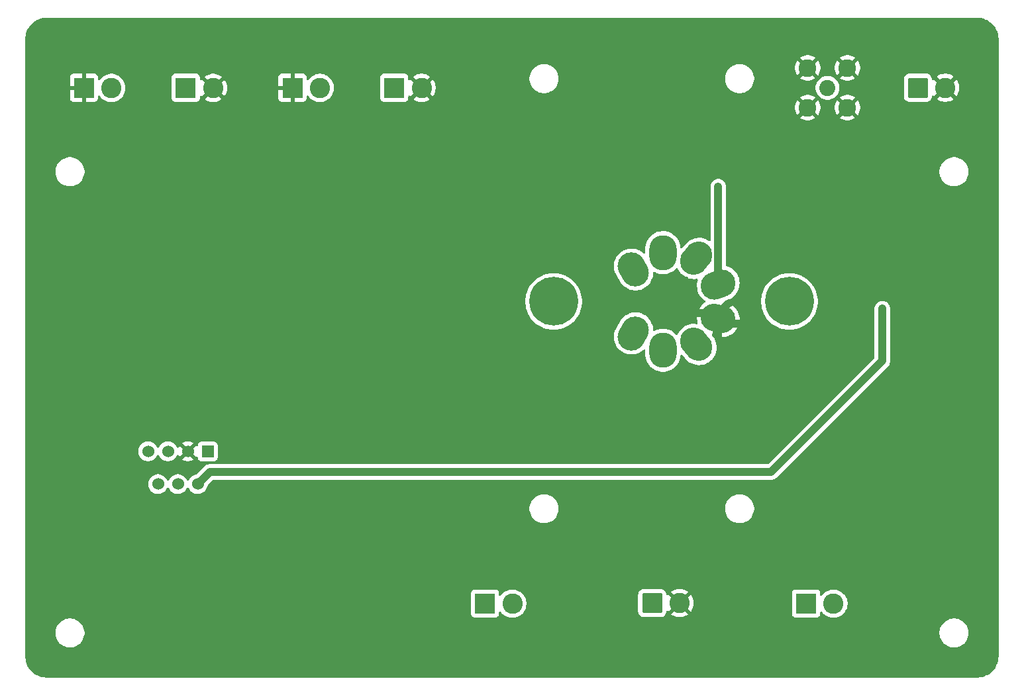
<source format=gbl>
G04 #@! TF.GenerationSoftware,KiCad,Pcbnew,9.0.0*
G04 #@! TF.CreationDate,2025-03-21T23:08:49+01:00*
G04 #@! TF.ProjectId,QCMAmp,51434d41-6d70-42e6-9b69-6361645f7063,rev?*
G04 #@! TF.SameCoordinates,Original*
G04 #@! TF.FileFunction,Copper,L2,Bot*
G04 #@! TF.FilePolarity,Positive*
%FSLAX46Y46*%
G04 Gerber Fmt 4.6, Leading zero omitted, Abs format (unit mm)*
G04 Created by KiCad (PCBNEW 9.0.0) date 2025-03-21 23:08:49*
%MOMM*%
%LPD*%
G01*
G04 APERTURE LIST*
G04 Aperture macros list*
%AMRoundRect*
0 Rectangle with rounded corners*
0 $1 Rounding radius*
0 $2 $3 $4 $5 $6 $7 $8 $9 X,Y pos of 4 corners*
0 Add a 4 corners polygon primitive as box body*
4,1,4,$2,$3,$4,$5,$6,$7,$8,$9,$2,$3,0*
0 Add four circle primitives for the rounded corners*
1,1,$1+$1,$2,$3*
1,1,$1+$1,$4,$5*
1,1,$1+$1,$6,$7*
1,1,$1+$1,$8,$9*
0 Add four rect primitives between the rounded corners*
20,1,$1+$1,$2,$3,$4,$5,0*
20,1,$1+$1,$4,$5,$6,$7,0*
20,1,$1+$1,$6,$7,$8,$9,0*
20,1,$1+$1,$8,$9,$2,$3,0*%
%AMHorizOval*
0 Thick line with rounded ends*
0 $1 width*
0 $2 $3 position (X,Y) of the first rounded end (center of the circle)*
0 $4 $5 position (X,Y) of the second rounded end (center of the circle)*
0 Add line between two ends*
20,1,$1,$2,$3,$4,$5,0*
0 Add two circle primitives to create the rounded ends*
1,1,$1,$2,$3*
1,1,$1,$4,$5*%
G04 Aperture macros list end*
G04 #@! TA.AperFunction,ComponentPad*
%ADD10R,1.524000X1.524000*%
G04 #@! TD*
G04 #@! TA.AperFunction,ComponentPad*
%ADD11C,1.524000*%
G04 #@! TD*
G04 #@! TA.AperFunction,ComponentPad*
%ADD12C,2.050000*%
G04 #@! TD*
G04 #@! TA.AperFunction,ComponentPad*
%ADD13C,2.250000*%
G04 #@! TD*
G04 #@! TA.AperFunction,ComponentPad*
%ADD14C,6.240000*%
G04 #@! TD*
G04 #@! TA.AperFunction,ComponentPad*
%ADD15HorizOval,3.500000X-0.250000X0.433013X0.250000X-0.433013X0*%
G04 #@! TD*
G04 #@! TA.AperFunction,ComponentPad*
%ADD16O,3.500000X4.500000*%
G04 #@! TD*
G04 #@! TA.AperFunction,ComponentPad*
%ADD17HorizOval,3.500000X0.321394X0.383022X-0.321394X-0.383022X0*%
G04 #@! TD*
G04 #@! TA.AperFunction,ComponentPad*
%ADD18HorizOval,3.500000X0.469846X0.171010X-0.469846X-0.171010X0*%
G04 #@! TD*
G04 #@! TA.AperFunction,ComponentPad*
%ADD19HorizOval,3.500000X-0.482963X0.129410X0.482963X-0.129410X0*%
G04 #@! TD*
G04 #@! TA.AperFunction,ComponentPad*
%ADD20HorizOval,3.500000X-0.321394X0.383022X0.321394X-0.383022X0*%
G04 #@! TD*
G04 #@! TA.AperFunction,ComponentPad*
%ADD21HorizOval,3.500000X0.250000X0.433013X-0.250000X-0.433013X0*%
G04 #@! TD*
G04 #@! TA.AperFunction,ComponentPad*
%ADD22C,2.600000*%
G04 #@! TD*
G04 #@! TA.AperFunction,ComponentPad*
%ADD23RoundRect,0.250000X-1.050000X-1.050000X1.050000X-1.050000X1.050000X1.050000X-1.050000X1.050000X0*%
G04 #@! TD*
G04 #@! TA.AperFunction,ComponentPad*
%ADD24R,2.600000X2.600000*%
G04 #@! TD*
G04 #@! TA.AperFunction,ViaPad*
%ADD25C,0.600000*%
G04 #@! TD*
G04 #@! TA.AperFunction,ViaPad*
%ADD26C,1.000000*%
G04 #@! TD*
G04 #@! TA.AperFunction,Conductor*
%ADD27C,1.000000*%
G04 #@! TD*
G04 #@! TA.AperFunction,Conductor*
%ADD28C,0.250000*%
G04 #@! TD*
G04 APERTURE END LIST*
D10*
X96010000Y-98669500D03*
D11*
X94740000Y-102860500D03*
X93470000Y-98669500D03*
X92200000Y-102860500D03*
X90930000Y-98669500D03*
X89660000Y-102860500D03*
X88390000Y-98669500D03*
D12*
X175240000Y-52167500D03*
D13*
X172700000Y-49627500D03*
X172700000Y-54707500D03*
X177780000Y-49627500D03*
X177780000Y-54707500D03*
D14*
X170370000Y-79500000D03*
X140230000Y-79500000D03*
D15*
X150440000Y-75420000D03*
D16*
X154200000Y-73250000D03*
D17*
X158480000Y-74000000D03*
D18*
X161270000Y-77330000D03*
D19*
X161270000Y-81670000D03*
D20*
X158480000Y-85000000D03*
D16*
X154200000Y-85750000D03*
D21*
X150440000Y-83580000D03*
D22*
X156325000Y-118075000D03*
D23*
X152825000Y-118075000D03*
D24*
X80200000Y-52175000D03*
D22*
X83700000Y-52175000D03*
D24*
X172500000Y-118145000D03*
D22*
X176000000Y-118145000D03*
D24*
X119850000Y-52170000D03*
D22*
X123350000Y-52170000D03*
D24*
X131450000Y-118145000D03*
D22*
X134950000Y-118145000D03*
D24*
X106850000Y-52170000D03*
D22*
X110350000Y-52170000D03*
X190292500Y-52167500D03*
D23*
X186792500Y-52167500D03*
D24*
X93200000Y-52175000D03*
D22*
X96700000Y-52175000D03*
D25*
X148740000Y-115080000D03*
X144740000Y-107630000D03*
X154970000Y-111670000D03*
X137850000Y-108420000D03*
X159100000Y-103100000D03*
X138100000Y-103100000D03*
X117100000Y-103100000D03*
X134600000Y-103100000D03*
X103675000Y-103100000D03*
X152100000Y-103100000D03*
X166100000Y-103100000D03*
X124100000Y-103100000D03*
X108200000Y-103100000D03*
X127600000Y-103100000D03*
X141600000Y-103100000D03*
X148600000Y-103100000D03*
X145100000Y-103100000D03*
X120600000Y-103100000D03*
X162600000Y-103100000D03*
X131100000Y-103100000D03*
X113600000Y-103100000D03*
X155600000Y-103100000D03*
X99025000Y-103100000D03*
X162050000Y-88100000D03*
X180075000Y-57975000D03*
X78500000Y-58275000D03*
X83900000Y-121100000D03*
X80100000Y-117800000D03*
X180700000Y-79075000D03*
X180800000Y-81725000D03*
X180825000Y-83950000D03*
X180825000Y-86075000D03*
X179750000Y-75000000D03*
X181675000Y-94525000D03*
X181725000Y-91075000D03*
X175275000Y-85925000D03*
X172125000Y-87025000D03*
X175000000Y-90425000D03*
X190150000Y-93175000D03*
X190150000Y-96675000D03*
X190150000Y-100175000D03*
X190425000Y-104175000D03*
X190125000Y-89575000D03*
X190125000Y-82575000D03*
X190125000Y-86075000D03*
X190425000Y-114675000D03*
X190425000Y-111175000D03*
X190425000Y-107675000D03*
X181225000Y-121725000D03*
X185000000Y-115325000D03*
X185000000Y-122325000D03*
X185000000Y-118825000D03*
X181600000Y-111050000D03*
X181600000Y-118050000D03*
X181600000Y-114550000D03*
X176900000Y-99075000D03*
X176900000Y-102575000D03*
X174625000Y-97950000D03*
X174625000Y-101450000D03*
X176900000Y-106075000D03*
X176900000Y-113075000D03*
X176900000Y-109575000D03*
X174625000Y-104950000D03*
X174625000Y-111950000D03*
X174625000Y-108450000D03*
X185200000Y-80800000D03*
X185200000Y-84300000D03*
D26*
X182237500Y-80425000D03*
D25*
X193900000Y-45900000D03*
X195250000Y-51000000D03*
X195250000Y-47500000D03*
X195250000Y-54500000D03*
X195150000Y-60725000D03*
X195150000Y-57225000D03*
X195150000Y-64225000D03*
X188100000Y-59050000D03*
X191700000Y-67450000D03*
X191650000Y-74000000D03*
X191650000Y-70500000D03*
X191650000Y-77500000D03*
X194700000Y-84225000D03*
X194700000Y-80725000D03*
X194700000Y-87725000D03*
X182375000Y-49600000D03*
X194600000Y-102850000D03*
X194600000Y-95850000D03*
X194600000Y-92350000D03*
X194600000Y-99350000D03*
X195200000Y-121500000D03*
X161100000Y-122500000D03*
X162600000Y-120000000D03*
X160700000Y-117800000D03*
X162200000Y-114900000D03*
X165700000Y-114900000D03*
X150030000Y-112470000D03*
X157700000Y-111800000D03*
X151750000Y-107900000D03*
X155250000Y-107900000D03*
X154900000Y-59500000D03*
X159000000Y-59600000D03*
X150800000Y-59500000D03*
X152500000Y-60900000D03*
X112600000Y-105300000D03*
X177600000Y-64500000D03*
X170800000Y-64400000D03*
X102200000Y-65500000D03*
X151500000Y-86800000D03*
X75400000Y-84400000D03*
X127700000Y-94600000D03*
X136400000Y-105400000D03*
X167300000Y-64400000D03*
X115640000Y-86050000D03*
X183900000Y-124900000D03*
X188300000Y-66400000D03*
X133200000Y-52300000D03*
X85500000Y-117200000D03*
X113900000Y-124900000D03*
X159400000Y-124900000D03*
X164500000Y-76200000D03*
X102200000Y-72500000D03*
X99000000Y-78600000D03*
X81300000Y-71000000D03*
X142200000Y-56400000D03*
X75400000Y-101900000D03*
X133200000Y-55800000D03*
X99000000Y-75100000D03*
X157200000Y-76600000D03*
X152400000Y-124900000D03*
X140100000Y-122500000D03*
X75400000Y-119400000D03*
X134400000Y-45900000D03*
X126600000Y-105300000D03*
X185200000Y-91300000D03*
X184800000Y-66400000D03*
X137200000Y-74100000D03*
X108640000Y-76550000D03*
X148600000Y-99500000D03*
X75400000Y-87900000D03*
X146200000Y-68900000D03*
X99000000Y-85600000D03*
X160900000Y-105400000D03*
X133200000Y-87300000D03*
X156400000Y-67600000D03*
X127400000Y-45900000D03*
X119140000Y-76550000D03*
X116100000Y-105300000D03*
X112900000Y-113900000D03*
X88900000Y-45900000D03*
X164300000Y-79300000D03*
X125200000Y-90600000D03*
X126900000Y-120900000D03*
X188400000Y-76000000D03*
X125200000Y-88000000D03*
X157400000Y-105400000D03*
X133200000Y-91000000D03*
X137900000Y-45900000D03*
X117400000Y-124900000D03*
X148900000Y-124900000D03*
X148700000Y-96700000D03*
X169400000Y-45900000D03*
X84900000Y-76700000D03*
X108400000Y-93500000D03*
X167700000Y-117800000D03*
X81300000Y-60500000D03*
X137200000Y-63600000D03*
X148500000Y-68900000D03*
X195200000Y-111000000D03*
X179900000Y-45900000D03*
X147860000Y-112470000D03*
X87400000Y-121100000D03*
X99000000Y-82100000D03*
X81900000Y-45900000D03*
X166100000Y-99500000D03*
X131200000Y-94600000D03*
X162700000Y-108500000D03*
X80100000Y-107300000D03*
X75400000Y-77400000D03*
X195100000Y-74800000D03*
X170600000Y-68000000D03*
X125200000Y-92700000D03*
X152100000Y-55600000D03*
X99000000Y-61100000D03*
X112140000Y-76550000D03*
X99000000Y-68100000D03*
X186900000Y-45900000D03*
X165000000Y-92900000D03*
X163800000Y-67800000D03*
X80100000Y-103800000D03*
X134900000Y-124900000D03*
X104900000Y-93500000D03*
X168200000Y-111800000D03*
X159100000Y-99500000D03*
X148325000Y-107925000D03*
X122340000Y-86050000D03*
X153900000Y-105400000D03*
X159100000Y-55600000D03*
X169100000Y-52500000D03*
X92900000Y-124900000D03*
X148400000Y-45900000D03*
X129100000Y-50500000D03*
X164600000Y-122500000D03*
X168500000Y-92900000D03*
X141150000Y-112260000D03*
X75400000Y-63400000D03*
X125200000Y-63500000D03*
X130400000Y-105300000D03*
X81300000Y-81500000D03*
X138500000Y-120700000D03*
X133200000Y-62800000D03*
X80100000Y-114300000D03*
X116900000Y-45900000D03*
X104900000Y-91000000D03*
X167400000Y-49100000D03*
X95800000Y-73900000D03*
X123400000Y-113900000D03*
X126900000Y-49200000D03*
X89400000Y-124900000D03*
X84900000Y-67100000D03*
X78400000Y-83000000D03*
X102200000Y-83000000D03*
X131400000Y-124900000D03*
X159600000Y-63300000D03*
X156600000Y-70900000D03*
X75400000Y-52900000D03*
X159200000Y-108500000D03*
X153400000Y-49100000D03*
X88400000Y-67100000D03*
X91000000Y-95900000D03*
X75400000Y-70400000D03*
X95800000Y-80900000D03*
X123100000Y-105300000D03*
X100500000Y-49000000D03*
X125200000Y-84500000D03*
X117100000Y-99500000D03*
X108900000Y-96900000D03*
X75400000Y-73900000D03*
X147100000Y-122500000D03*
X141400000Y-72400000D03*
X102200000Y-79500000D03*
X125200000Y-77500000D03*
X84700000Y-94700000D03*
X185200000Y-98300000D03*
X75400000Y-105400000D03*
X146300000Y-79900000D03*
X129100000Y-92200000D03*
X138400000Y-124900000D03*
X174100000Y-64400000D03*
X84200000Y-59025000D03*
X75400000Y-94900000D03*
X194400000Y-124900000D03*
X115640000Y-66900000D03*
X75400000Y-115900000D03*
X151500000Y-93800000D03*
X89000000Y-117200000D03*
X145000000Y-92700000D03*
X84700000Y-98200000D03*
X106900000Y-117100000D03*
X155600000Y-99500000D03*
X104900000Y-84500000D03*
X162600000Y-99500000D03*
X141400000Y-68900000D03*
X176400000Y-45900000D03*
X134700000Y-94600000D03*
X100500000Y-52500000D03*
X78400000Y-79500000D03*
X137200000Y-56600000D03*
X156900000Y-49100000D03*
X168100000Y-59400000D03*
X96400000Y-124900000D03*
X143200000Y-117800000D03*
X169200000Y-114900000D03*
X138000000Y-92000000D03*
X120900000Y-124900000D03*
X146100000Y-84600000D03*
X174475000Y-59400000D03*
X88300000Y-110400000D03*
X101600000Y-91300000D03*
X138100000Y-99500000D03*
X119900000Y-113900000D03*
X95800000Y-66900000D03*
X99900000Y-124900000D03*
X122400000Y-121100000D03*
X137200000Y-60100000D03*
X191250000Y-57850000D03*
X104900000Y-63500000D03*
X129100000Y-85500000D03*
X80100000Y-93300000D03*
X106400000Y-45900000D03*
X91700000Y-90100000D03*
X141900000Y-124900000D03*
X108640000Y-86050000D03*
X162400000Y-45900000D03*
X104900000Y-121100000D03*
X170325000Y-49125000D03*
X84700000Y-91200000D03*
X95500000Y-87500000D03*
X109900000Y-45900000D03*
X147100000Y-90500000D03*
X129100000Y-57500000D03*
X137200000Y-70600000D03*
X159500000Y-68800000D03*
X127600000Y-99500000D03*
X148600000Y-120000000D03*
X150400000Y-105400000D03*
X143300000Y-87100000D03*
X166400000Y-124900000D03*
X138800000Y-86600000D03*
X111900000Y-121100000D03*
X148100000Y-52500000D03*
X125200000Y-60000000D03*
X104900000Y-60000000D03*
X155900000Y-124900000D03*
X140300000Y-59400000D03*
X78900000Y-124900000D03*
X195100000Y-67800000D03*
X129100000Y-61000000D03*
X130900000Y-45900000D03*
X105400000Y-96900000D03*
X102000000Y-94400000D03*
X173400000Y-124900000D03*
X153900000Y-81700000D03*
X138500000Y-113700000D03*
X99600000Y-99500000D03*
X141400000Y-65400000D03*
X84700000Y-87700000D03*
X97900000Y-121100000D03*
X133200000Y-73300000D03*
X106900000Y-124900000D03*
X115640000Y-76550000D03*
X157300000Y-81600000D03*
X195200000Y-118000000D03*
X174100000Y-68000000D03*
X152200000Y-70520000D03*
X148700000Y-55700000D03*
X162500000Y-56600000D03*
X78400000Y-76000000D03*
X144600000Y-54500000D03*
X133100000Y-106600000D03*
X96000000Y-117200000D03*
X91900000Y-76700000D03*
X95800000Y-77400000D03*
X120600000Y-99500000D03*
X180150000Y-66300000D03*
X168700000Y-56500000D03*
X148500000Y-65400000D03*
X146200000Y-65400000D03*
X165900000Y-45900000D03*
X110400000Y-117100000D03*
X93400000Y-95900000D03*
X141600000Y-99500000D03*
X108640000Y-66900000D03*
X86300000Y-113300000D03*
X149900000Y-49100000D03*
X141700000Y-107800000D03*
X75400000Y-59900000D03*
X126900000Y-52700000D03*
X180400000Y-124900000D03*
X125200000Y-70500000D03*
X104900000Y-67000000D03*
X112140000Y-86050000D03*
X99000000Y-71600000D03*
X103400000Y-52500000D03*
X151500000Y-97300000D03*
X101300000Y-97225000D03*
X185200000Y-108800000D03*
X78400000Y-69000000D03*
X104900000Y-74000000D03*
X92500000Y-117200000D03*
X129100000Y-71500000D03*
X75400000Y-122300000D03*
X80100000Y-86300000D03*
X177600000Y-68000000D03*
X75400000Y-124900000D03*
X159400000Y-66000000D03*
X90900000Y-100700000D03*
X133200000Y-66300000D03*
X85400000Y-45900000D03*
X81300000Y-64000000D03*
X188400000Y-72500000D03*
X160300000Y-97700000D03*
X176900000Y-124900000D03*
X167600000Y-82900000D03*
X102200000Y-62000000D03*
X81300000Y-74500000D03*
X144900000Y-45900000D03*
X134600000Y-99500000D03*
X185200000Y-87800000D03*
X119600000Y-105300000D03*
X151500000Y-90300000D03*
X80100000Y-89800000D03*
X152500000Y-64400000D03*
X129100000Y-82000000D03*
X145100000Y-99500000D03*
X172900000Y-45900000D03*
X109400000Y-113900000D03*
X119140000Y-66900000D03*
X129100000Y-78500000D03*
X99500000Y-117200000D03*
X90900000Y-121100000D03*
X154400000Y-76600000D03*
X94850000Y-59725000D03*
X143480000Y-114750000D03*
X92400000Y-45900000D03*
X122500000Y-117300000D03*
X166200000Y-95800000D03*
X82400000Y-124900000D03*
X155600000Y-55600000D03*
X185200000Y-112300000D03*
X135300000Y-108600000D03*
X152100000Y-99500000D03*
X103400000Y-124900000D03*
X104900000Y-70500000D03*
X145300000Y-96400000D03*
X91700000Y-83100000D03*
X75400000Y-112400000D03*
X146700000Y-117800000D03*
X78400000Y-45900000D03*
X116400000Y-113900000D03*
X165200000Y-56500000D03*
X141400000Y-45900000D03*
X129100000Y-54000000D03*
X178200000Y-59700000D03*
X195200000Y-107500000D03*
X148500000Y-72400000D03*
X171200000Y-71400000D03*
X111900000Y-95000000D03*
X115400000Y-121100000D03*
X131100000Y-99500000D03*
X160300000Y-94200000D03*
X113600000Y-99500000D03*
X183400000Y-45900000D03*
X123900000Y-45900000D03*
X100500000Y-56000000D03*
X164200000Y-117800000D03*
X167700000Y-71400000D03*
X185200000Y-94800000D03*
X122340000Y-66900000D03*
X195100000Y-71300000D03*
X84700000Y-101700000D03*
X84700000Y-105200000D03*
X103400000Y-56000000D03*
X81300000Y-78000000D03*
X75400000Y-66900000D03*
X98700000Y-90100000D03*
X93600000Y-100700000D03*
X121700000Y-92700000D03*
X133200000Y-80300000D03*
X151900000Y-45900000D03*
X185100000Y-58900000D03*
X113400000Y-45900000D03*
X133200000Y-59300000D03*
X127900000Y-124900000D03*
X119000000Y-117300000D03*
X91900000Y-67100000D03*
X141200000Y-114900000D03*
X133200000Y-83800000D03*
X188400000Y-69000000D03*
X102200000Y-69000000D03*
X80100000Y-100300000D03*
X114300000Y-97100000D03*
X146200000Y-72400000D03*
X146300000Y-57600000D03*
X95800000Y-84400000D03*
X85900000Y-124900000D03*
X144200000Y-59200000D03*
X162700000Y-95800000D03*
X75400000Y-56400000D03*
X136000000Y-89100000D03*
X102200000Y-86500000D03*
X119140000Y-86050000D03*
X75400000Y-45900000D03*
X174600000Y-82700000D03*
X84700000Y-84200000D03*
X143400000Y-105400000D03*
X126900000Y-113900000D03*
X169900000Y-124900000D03*
X187400000Y-124900000D03*
X120700000Y-94600000D03*
X161200000Y-111800000D03*
X94400000Y-121100000D03*
X142800000Y-94900000D03*
X124200000Y-94600000D03*
X125200000Y-67000000D03*
X143600000Y-122500000D03*
X102200000Y-76000000D03*
X99400000Y-45900000D03*
X102900000Y-45900000D03*
X151600000Y-52500000D03*
X91700000Y-86600000D03*
X185200000Y-105300000D03*
X124400000Y-124900000D03*
X160400000Y-49100000D03*
X103100000Y-99500000D03*
X108400000Y-121100000D03*
X174700000Y-71400000D03*
X190400000Y-45900000D03*
X137200000Y-67100000D03*
X80100000Y-110800000D03*
X75400000Y-91400000D03*
X86500000Y-107600000D03*
X185200000Y-101800000D03*
X125200000Y-74000000D03*
X155400000Y-45900000D03*
X138500000Y-117200000D03*
X95900000Y-45900000D03*
X99225000Y-95825000D03*
X165025000Y-82550000D03*
X145100000Y-120000000D03*
X113900000Y-117100000D03*
X75400000Y-80900000D03*
X152500000Y-67900000D03*
X110100000Y-99500000D03*
X95800000Y-63400000D03*
X104900000Y-77500000D03*
X162900000Y-124900000D03*
X152600000Y-78700000D03*
X157700000Y-79000000D03*
X158900000Y-45900000D03*
X129100000Y-89000000D03*
X168100000Y-122500000D03*
X129100000Y-64500000D03*
X112140000Y-66900000D03*
X163800000Y-64400000D03*
X80100000Y-96800000D03*
X90500000Y-112400000D03*
X185175000Y-77600000D03*
X104900000Y-81000000D03*
X98550000Y-105150000D03*
X75400000Y-108900000D03*
X99000000Y-64600000D03*
X129100000Y-68000000D03*
X166100000Y-120000000D03*
X122340000Y-76550000D03*
X124100000Y-99500000D03*
X118900000Y-121100000D03*
X129100000Y-75000000D03*
X81300000Y-67500000D03*
X149100000Y-88200000D03*
X195200000Y-114500000D03*
X179500000Y-71400000D03*
X167100000Y-68000000D03*
X133200000Y-69800000D03*
X103400000Y-117100000D03*
X101400000Y-121100000D03*
X126900000Y-56200000D03*
X106600000Y-99500000D03*
X78400000Y-72500000D03*
X141600000Y-120000000D03*
X104900000Y-88000000D03*
X190900000Y-124900000D03*
X143990000Y-111980000D03*
X133200000Y-76800000D03*
X146900000Y-105400000D03*
X133200000Y-48800000D03*
X120400000Y-45900000D03*
X147500000Y-94000000D03*
X95800000Y-70400000D03*
X158600000Y-52500000D03*
X103400000Y-49000000D03*
X88400000Y-76700000D03*
X84100000Y-111300000D03*
X140800000Y-89500000D03*
X146400000Y-49100000D03*
X75400000Y-49400000D03*
X95200000Y-90100000D03*
X166200000Y-108500000D03*
X155100000Y-52500000D03*
X108400000Y-60000000D03*
X160300000Y-90700000D03*
X164700000Y-111800000D03*
X164600000Y-59400000D03*
X167300000Y-90000000D03*
X110400000Y-124900000D03*
X75400000Y-98400000D03*
X125200000Y-81000000D03*
X121700000Y-60000000D03*
X140500000Y-97300000D03*
X185200000Y-71700000D03*
X126900000Y-117400000D03*
X145400000Y-124900000D03*
X164200000Y-71400000D03*
D26*
X182237500Y-81662500D03*
X161270000Y-67930000D03*
X161270000Y-66330000D03*
X161270000Y-64830000D03*
D27*
X182237500Y-87112500D02*
X182237500Y-80425000D01*
X168050000Y-101300000D02*
X182237500Y-87112500D01*
X96300000Y-101300000D02*
X168050000Y-101300000D01*
X94700000Y-102900000D02*
X96300000Y-101300000D01*
X94519000Y-102900000D02*
X94700000Y-102900000D01*
X161269207Y-81056548D02*
X162524207Y-79801548D01*
X161270000Y-81670000D02*
X161270000Y-81055000D01*
D28*
X161270000Y-81670000D02*
X161270000Y-80555000D01*
D27*
X161250000Y-81690000D02*
X161250000Y-84040000D01*
X161270000Y-81670000D02*
X161250000Y-81690000D01*
X161925000Y-82325000D02*
X164800000Y-82325000D01*
D28*
X161270000Y-81670000D02*
X161925000Y-82325000D01*
X164800000Y-82325000D02*
X165025000Y-82550000D01*
D27*
X159345000Y-80975000D02*
X158000000Y-80975000D01*
D28*
X159345000Y-81670000D02*
X159345000Y-80975000D01*
X161270000Y-81670000D02*
X160525000Y-80925000D01*
D27*
X94659000Y-102869500D02*
X94650000Y-102860500D01*
X161270000Y-64830000D02*
X161270000Y-77330000D01*
D28*
X163050000Y-79800000D02*
X162837500Y-80012500D01*
G04 #@! TA.AperFunction,Conductor*
G36*
X194403472Y-43200695D02*
G01*
X194695306Y-43217084D01*
X194709103Y-43218638D01*
X194993827Y-43267015D01*
X195007384Y-43270109D01*
X195284899Y-43350060D01*
X195298025Y-43354653D01*
X195564841Y-43465172D01*
X195577355Y-43471198D01*
X195743444Y-43562992D01*
X195830125Y-43610899D01*
X195841899Y-43618297D01*
X196077430Y-43785415D01*
X196088302Y-43794085D01*
X196303642Y-43986524D01*
X196313475Y-43996357D01*
X196505914Y-44211697D01*
X196514584Y-44222569D01*
X196681702Y-44458100D01*
X196689100Y-44469874D01*
X196828797Y-44722637D01*
X196834830Y-44735165D01*
X196945346Y-45001975D01*
X196949939Y-45015100D01*
X197029890Y-45292615D01*
X197032984Y-45306172D01*
X197081359Y-45590885D01*
X197082916Y-45604703D01*
X197099305Y-45896527D01*
X197099500Y-45903480D01*
X197099500Y-124896519D01*
X197099305Y-124903472D01*
X197082916Y-125195296D01*
X197081359Y-125209114D01*
X197032984Y-125493827D01*
X197029890Y-125507384D01*
X196949939Y-125784899D01*
X196945346Y-125798024D01*
X196834830Y-126064834D01*
X196828797Y-126077362D01*
X196689100Y-126330125D01*
X196681702Y-126341899D01*
X196514584Y-126577430D01*
X196505914Y-126588302D01*
X196313475Y-126803642D01*
X196303642Y-126813475D01*
X196088302Y-127005914D01*
X196077430Y-127014584D01*
X195841899Y-127181702D01*
X195830125Y-127189100D01*
X195577362Y-127328797D01*
X195564834Y-127334830D01*
X195298024Y-127445346D01*
X195284899Y-127449939D01*
X195007384Y-127529890D01*
X194993827Y-127532984D01*
X194709114Y-127581359D01*
X194695296Y-127582916D01*
X194403472Y-127599305D01*
X194396519Y-127599500D01*
X75403481Y-127599500D01*
X75396528Y-127599305D01*
X75104703Y-127582916D01*
X75090885Y-127581359D01*
X74806172Y-127532984D01*
X74792615Y-127529890D01*
X74515100Y-127449939D01*
X74501975Y-127445346D01*
X74235165Y-127334830D01*
X74222637Y-127328797D01*
X73969874Y-127189100D01*
X73958100Y-127181702D01*
X73722569Y-127014584D01*
X73711697Y-127005914D01*
X73496357Y-126813475D01*
X73486524Y-126803642D01*
X73294085Y-126588302D01*
X73285415Y-126577430D01*
X73118297Y-126341899D01*
X73110899Y-126330125D01*
X72971202Y-126077362D01*
X72965172Y-126064841D01*
X72854653Y-125798024D01*
X72850060Y-125784899D01*
X72770109Y-125507384D01*
X72767015Y-125493827D01*
X72753965Y-125417020D01*
X72718638Y-125209103D01*
X72717084Y-125195306D01*
X72700695Y-124903472D01*
X72700500Y-124896519D01*
X72700500Y-121778456D01*
X76545500Y-121778456D01*
X76545500Y-122021543D01*
X76545501Y-122021559D01*
X76577230Y-122262569D01*
X76640149Y-122497386D01*
X76733175Y-122721972D01*
X76733182Y-122721987D01*
X76854730Y-122932516D01*
X77002722Y-123125380D01*
X77002730Y-123125389D01*
X77174611Y-123297270D01*
X77174619Y-123297277D01*
X77367483Y-123445269D01*
X77578012Y-123566817D01*
X77578027Y-123566824D01*
X77694171Y-123614932D01*
X77802612Y-123659850D01*
X78037429Y-123722769D01*
X78278450Y-123754500D01*
X78278457Y-123754500D01*
X78521543Y-123754500D01*
X78521550Y-123754500D01*
X78762571Y-123722769D01*
X78997388Y-123659850D01*
X79221984Y-123566819D01*
X79432516Y-123445269D01*
X79625380Y-123297278D01*
X79625384Y-123297273D01*
X79625389Y-123297270D01*
X79797270Y-123125389D01*
X79797273Y-123125384D01*
X79797278Y-123125380D01*
X79945269Y-122932516D01*
X80066819Y-122721984D01*
X80159850Y-122497388D01*
X80222769Y-122262571D01*
X80254500Y-122021550D01*
X80254500Y-121778456D01*
X189545500Y-121778456D01*
X189545500Y-122021543D01*
X189545501Y-122021559D01*
X189577230Y-122262569D01*
X189640149Y-122497386D01*
X189733175Y-122721972D01*
X189733182Y-122721987D01*
X189854730Y-122932516D01*
X190002722Y-123125380D01*
X190002730Y-123125389D01*
X190174611Y-123297270D01*
X190174619Y-123297277D01*
X190367483Y-123445269D01*
X190578012Y-123566817D01*
X190578027Y-123566824D01*
X190694171Y-123614932D01*
X190802612Y-123659850D01*
X191037429Y-123722769D01*
X191278450Y-123754500D01*
X191278457Y-123754500D01*
X191521543Y-123754500D01*
X191521550Y-123754500D01*
X191762571Y-123722769D01*
X191997388Y-123659850D01*
X192221984Y-123566819D01*
X192432516Y-123445269D01*
X192625380Y-123297278D01*
X192625384Y-123297273D01*
X192625389Y-123297270D01*
X192797270Y-123125389D01*
X192797273Y-123125384D01*
X192797278Y-123125380D01*
X192945269Y-122932516D01*
X193066819Y-122721984D01*
X193159850Y-122497388D01*
X193222769Y-122262571D01*
X193254500Y-122021550D01*
X193254500Y-121778450D01*
X193222769Y-121537429D01*
X193159850Y-121302612D01*
X193066819Y-121078016D01*
X193066817Y-121078012D01*
X192945269Y-120867483D01*
X192797277Y-120674619D01*
X192797270Y-120674611D01*
X192625389Y-120502730D01*
X192625380Y-120502722D01*
X192432516Y-120354730D01*
X192221987Y-120233182D01*
X192221972Y-120233175D01*
X191997386Y-120140149D01*
X191762569Y-120077230D01*
X191521559Y-120045501D01*
X191521556Y-120045500D01*
X191521550Y-120045500D01*
X191278450Y-120045500D01*
X191278444Y-120045500D01*
X191278440Y-120045501D01*
X191037430Y-120077230D01*
X190802613Y-120140149D01*
X190578027Y-120233175D01*
X190578012Y-120233182D01*
X190367483Y-120354730D01*
X190174619Y-120502722D01*
X190002722Y-120674619D01*
X189854730Y-120867483D01*
X189733182Y-121078012D01*
X189733175Y-121078027D01*
X189640149Y-121302613D01*
X189577230Y-121537430D01*
X189545501Y-121778440D01*
X189545500Y-121778456D01*
X80254500Y-121778456D01*
X80254500Y-121778450D01*
X80222769Y-121537429D01*
X80159850Y-121302612D01*
X80066819Y-121078016D01*
X80066817Y-121078012D01*
X79945269Y-120867483D01*
X79797277Y-120674619D01*
X79797270Y-120674611D01*
X79625389Y-120502730D01*
X79625380Y-120502722D01*
X79432516Y-120354730D01*
X79221987Y-120233182D01*
X79221972Y-120233175D01*
X78997386Y-120140149D01*
X78762569Y-120077230D01*
X78521559Y-120045501D01*
X78521556Y-120045500D01*
X78521550Y-120045500D01*
X78278450Y-120045500D01*
X78278444Y-120045500D01*
X78278440Y-120045501D01*
X78037430Y-120077230D01*
X77802613Y-120140149D01*
X77578027Y-120233175D01*
X77578012Y-120233182D01*
X77367483Y-120354730D01*
X77174619Y-120502722D01*
X77002722Y-120674619D01*
X76854730Y-120867483D01*
X76733182Y-121078012D01*
X76733175Y-121078027D01*
X76640149Y-121302613D01*
X76577230Y-121537430D01*
X76545501Y-121778440D01*
X76545500Y-121778456D01*
X72700500Y-121778456D01*
X72700500Y-116797135D01*
X129649500Y-116797135D01*
X129649500Y-119492870D01*
X129649501Y-119492876D01*
X129655908Y-119552483D01*
X129706202Y-119687328D01*
X129706206Y-119687335D01*
X129792452Y-119802544D01*
X129792455Y-119802547D01*
X129907664Y-119888793D01*
X129907671Y-119888797D01*
X130042517Y-119939091D01*
X130042516Y-119939091D01*
X130049444Y-119939835D01*
X130102127Y-119945500D01*
X132797872Y-119945499D01*
X132857483Y-119939091D01*
X132992331Y-119888796D01*
X133107546Y-119802546D01*
X133193796Y-119687331D01*
X133244091Y-119552483D01*
X133250500Y-119492873D01*
X133250499Y-119253102D01*
X133270183Y-119186065D01*
X133322987Y-119140310D01*
X133392146Y-119130366D01*
X133455701Y-119159391D01*
X133472875Y-119177618D01*
X133593406Y-119334697D01*
X133593412Y-119334704D01*
X133760295Y-119501587D01*
X133760302Y-119501593D01*
X133826627Y-119552486D01*
X133947550Y-119645273D01*
X134029937Y-119692839D01*
X134151943Y-119763280D01*
X134151948Y-119763282D01*
X134151951Y-119763284D01*
X134370007Y-119853606D01*
X134597986Y-119914693D01*
X134831989Y-119945500D01*
X134831996Y-119945500D01*
X135068004Y-119945500D01*
X135068011Y-119945500D01*
X135302014Y-119914693D01*
X135529993Y-119853606D01*
X135748049Y-119763284D01*
X135952450Y-119645273D01*
X136139699Y-119501592D01*
X136306592Y-119334699D01*
X136450273Y-119147450D01*
X136568284Y-118943049D01*
X136658606Y-118724993D01*
X136719693Y-118497014D01*
X136750500Y-118263011D01*
X136750500Y-118026989D01*
X136719693Y-117792986D01*
X136658606Y-117565007D01*
X136568284Y-117346951D01*
X136568282Y-117346948D01*
X136568280Y-117346943D01*
X136526118Y-117273918D01*
X136450273Y-117142550D01*
X136321701Y-116974992D01*
X136321694Y-116974983D01*
X151024500Y-116974983D01*
X151024500Y-119175001D01*
X151024501Y-119175018D01*
X151035000Y-119277796D01*
X151035001Y-119277799D01*
X151053856Y-119334699D01*
X151090186Y-119444334D01*
X151182288Y-119593656D01*
X151306344Y-119717712D01*
X151455666Y-119809814D01*
X151622203Y-119864999D01*
X151724991Y-119875500D01*
X153925008Y-119875499D01*
X154027797Y-119864999D01*
X154194334Y-119809814D01*
X154343656Y-119717712D01*
X154467712Y-119593656D01*
X154559814Y-119444334D01*
X154614999Y-119277797D01*
X154622033Y-119208938D01*
X154625821Y-119171868D01*
X154626782Y-119171966D01*
X154648517Y-119109789D01*
X154703571Y-119066767D01*
X154773144Y-119060340D01*
X154835148Y-119092546D01*
X154847679Y-119106540D01*
X154887721Y-119158723D01*
X155723958Y-118322487D01*
X155748978Y-118382890D01*
X155820112Y-118489351D01*
X155910649Y-118579888D01*
X156017110Y-118651022D01*
X156077511Y-118676041D01*
X155241275Y-119512277D01*
X155322827Y-119574854D01*
X155322828Y-119574855D01*
X155527171Y-119692834D01*
X155527180Y-119692839D01*
X155745163Y-119783129D01*
X155745161Y-119783129D01*
X155973085Y-119844200D01*
X156207014Y-119874999D01*
X156207029Y-119875000D01*
X156442971Y-119875000D01*
X156442985Y-119874999D01*
X156676914Y-119844200D01*
X156904837Y-119783129D01*
X157122819Y-119692839D01*
X157122828Y-119692834D01*
X157327181Y-119574850D01*
X157408723Y-119512279D01*
X157408723Y-119512276D01*
X156572487Y-118676041D01*
X156632890Y-118651022D01*
X156739351Y-118579888D01*
X156829888Y-118489351D01*
X156901022Y-118382890D01*
X156926041Y-118322488D01*
X157762276Y-119158723D01*
X157762279Y-119158723D01*
X157824850Y-119077181D01*
X157942834Y-118872828D01*
X157942839Y-118872819D01*
X158033129Y-118654837D01*
X158094200Y-118426914D01*
X158124999Y-118192985D01*
X158125000Y-118192971D01*
X158125000Y-117957028D01*
X158124999Y-117957014D01*
X158094200Y-117723085D01*
X158033129Y-117495162D01*
X157942839Y-117277180D01*
X157942834Y-117277171D01*
X157824855Y-117072828D01*
X157824854Y-117072827D01*
X157762277Y-116991275D01*
X156926041Y-117827511D01*
X156901022Y-117767110D01*
X156829888Y-117660649D01*
X156739351Y-117570112D01*
X156632890Y-117498978D01*
X156572488Y-117473958D01*
X157249310Y-116797135D01*
X170699500Y-116797135D01*
X170699500Y-119492870D01*
X170699501Y-119492876D01*
X170705908Y-119552483D01*
X170756202Y-119687328D01*
X170756206Y-119687335D01*
X170842452Y-119802544D01*
X170842455Y-119802547D01*
X170957664Y-119888793D01*
X170957671Y-119888797D01*
X171092517Y-119939091D01*
X171092516Y-119939091D01*
X171099444Y-119939835D01*
X171152127Y-119945500D01*
X173847872Y-119945499D01*
X173907483Y-119939091D01*
X174042331Y-119888796D01*
X174157546Y-119802546D01*
X174243796Y-119687331D01*
X174294091Y-119552483D01*
X174300500Y-119492873D01*
X174300499Y-119253102D01*
X174320183Y-119186065D01*
X174372987Y-119140310D01*
X174442146Y-119130366D01*
X174505701Y-119159391D01*
X174522875Y-119177618D01*
X174643406Y-119334697D01*
X174643412Y-119334704D01*
X174810295Y-119501587D01*
X174810302Y-119501593D01*
X174876627Y-119552486D01*
X174997550Y-119645273D01*
X175079937Y-119692839D01*
X175201943Y-119763280D01*
X175201948Y-119763282D01*
X175201951Y-119763284D01*
X175420007Y-119853606D01*
X175647986Y-119914693D01*
X175881989Y-119945500D01*
X175881996Y-119945500D01*
X176118004Y-119945500D01*
X176118011Y-119945500D01*
X176352014Y-119914693D01*
X176579993Y-119853606D01*
X176798049Y-119763284D01*
X177002450Y-119645273D01*
X177189699Y-119501592D01*
X177356592Y-119334699D01*
X177500273Y-119147450D01*
X177618284Y-118943049D01*
X177708606Y-118724993D01*
X177769693Y-118497014D01*
X177800500Y-118263011D01*
X177800500Y-118026989D01*
X177769693Y-117792986D01*
X177708606Y-117565007D01*
X177618284Y-117346951D01*
X177618282Y-117346948D01*
X177618280Y-117346943D01*
X177576118Y-117273918D01*
X177500273Y-117142550D01*
X177374100Y-116978118D01*
X177356593Y-116955302D01*
X177356587Y-116955295D01*
X177189704Y-116788412D01*
X177189697Y-116788406D01*
X177002454Y-116644730D01*
X177002453Y-116644729D01*
X177002450Y-116644727D01*
X176920957Y-116597677D01*
X176798056Y-116526719D01*
X176798045Y-116526714D01*
X176579993Y-116436394D01*
X176448670Y-116401206D01*
X176352014Y-116375307D01*
X176352013Y-116375306D01*
X176352010Y-116375306D01*
X176118020Y-116344501D01*
X176118017Y-116344500D01*
X176118011Y-116344500D01*
X175881989Y-116344500D01*
X175881983Y-116344500D01*
X175881979Y-116344501D01*
X175647989Y-116375306D01*
X175420006Y-116436394D01*
X175201954Y-116526714D01*
X175201943Y-116526719D01*
X174997545Y-116644730D01*
X174810302Y-116788406D01*
X174810295Y-116788412D01*
X174643412Y-116955295D01*
X174643406Y-116955302D01*
X174522875Y-117112382D01*
X174466447Y-117153585D01*
X174396701Y-117157740D01*
X174335781Y-117123528D01*
X174303028Y-117061810D01*
X174300499Y-117036896D01*
X174300499Y-116797129D01*
X174300498Y-116797123D01*
X174300497Y-116797116D01*
X174294091Y-116737517D01*
X174289302Y-116724678D01*
X174243797Y-116602671D01*
X174243793Y-116602664D01*
X174157547Y-116487455D01*
X174157544Y-116487452D01*
X174042335Y-116401206D01*
X174042328Y-116401202D01*
X173907482Y-116350908D01*
X173907483Y-116350908D01*
X173847883Y-116344501D01*
X173847881Y-116344500D01*
X173847873Y-116344500D01*
X173847864Y-116344500D01*
X171152129Y-116344500D01*
X171152123Y-116344501D01*
X171092516Y-116350908D01*
X170957671Y-116401202D01*
X170957664Y-116401206D01*
X170842455Y-116487452D01*
X170842452Y-116487455D01*
X170756206Y-116602664D01*
X170756202Y-116602671D01*
X170705908Y-116737517D01*
X170700437Y-116788408D01*
X170699501Y-116797123D01*
X170699500Y-116797135D01*
X157249310Y-116797135D01*
X157340320Y-116706125D01*
X157408723Y-116637721D01*
X157327172Y-116575145D01*
X157327171Y-116575144D01*
X157122828Y-116457165D01*
X157122819Y-116457160D01*
X156904836Y-116366870D01*
X156904838Y-116366870D01*
X156676914Y-116305799D01*
X156442985Y-116275000D01*
X156207014Y-116275000D01*
X155973085Y-116305799D01*
X155745162Y-116366870D01*
X155527180Y-116457160D01*
X155527171Y-116457165D01*
X155322828Y-116575144D01*
X155322818Y-116575150D01*
X155241275Y-116637720D01*
X155241275Y-116637721D01*
X156077512Y-117473958D01*
X156017110Y-117498978D01*
X155910649Y-117570112D01*
X155820112Y-117660649D01*
X155748978Y-117767110D01*
X155723958Y-117827512D01*
X154887721Y-116991275D01*
X154887719Y-116991275D01*
X154847678Y-117043459D01*
X154791250Y-117084662D01*
X154721504Y-117088817D01*
X154660584Y-117054605D01*
X154627831Y-116992887D01*
X154625952Y-116978118D01*
X154625820Y-116978132D01*
X154614999Y-116872203D01*
X154614998Y-116872200D01*
X154566114Y-116724678D01*
X154566113Y-116724676D01*
X154559816Y-116705672D01*
X154559815Y-116705671D01*
X154559814Y-116705666D01*
X154467712Y-116556344D01*
X154343656Y-116432288D01*
X154194334Y-116340186D01*
X154027797Y-116285001D01*
X154027795Y-116285000D01*
X153925010Y-116274500D01*
X151724998Y-116274500D01*
X151724981Y-116274501D01*
X151622203Y-116285000D01*
X151622200Y-116285001D01*
X151455668Y-116340185D01*
X151455663Y-116340187D01*
X151306342Y-116432289D01*
X151182289Y-116556342D01*
X151090187Y-116705663D01*
X151090185Y-116705668D01*
X151062769Y-116788406D01*
X151035001Y-116872203D01*
X151035001Y-116872204D01*
X151035000Y-116872204D01*
X151024500Y-116974983D01*
X136321694Y-116974983D01*
X136306593Y-116955302D01*
X136306587Y-116955295D01*
X136139704Y-116788412D01*
X136139697Y-116788406D01*
X135952454Y-116644730D01*
X135952453Y-116644729D01*
X135952450Y-116644727D01*
X135870957Y-116597677D01*
X135748056Y-116526719D01*
X135748045Y-116526714D01*
X135529993Y-116436394D01*
X135398670Y-116401206D01*
X135302014Y-116375307D01*
X135302013Y-116375306D01*
X135302010Y-116375306D01*
X135068020Y-116344501D01*
X135068017Y-116344500D01*
X135068011Y-116344500D01*
X134831989Y-116344500D01*
X134831983Y-116344500D01*
X134831979Y-116344501D01*
X134597989Y-116375306D01*
X134370006Y-116436394D01*
X134151954Y-116526714D01*
X134151943Y-116526719D01*
X133947545Y-116644730D01*
X133760302Y-116788406D01*
X133760295Y-116788412D01*
X133593412Y-116955295D01*
X133593406Y-116955302D01*
X133472875Y-117112382D01*
X133416447Y-117153585D01*
X133346701Y-117157740D01*
X133285781Y-117123528D01*
X133253028Y-117061810D01*
X133250499Y-117036896D01*
X133250499Y-116797129D01*
X133250498Y-116797123D01*
X133250497Y-116797116D01*
X133244091Y-116737517D01*
X133239302Y-116724678D01*
X133193797Y-116602671D01*
X133193793Y-116602664D01*
X133107547Y-116487455D01*
X133107544Y-116487452D01*
X132992335Y-116401206D01*
X132992328Y-116401202D01*
X132857482Y-116350908D01*
X132857483Y-116350908D01*
X132797883Y-116344501D01*
X132797881Y-116344500D01*
X132797873Y-116344500D01*
X132797864Y-116344500D01*
X130102129Y-116344500D01*
X130102123Y-116344501D01*
X130042516Y-116350908D01*
X129907671Y-116401202D01*
X129907664Y-116401206D01*
X129792455Y-116487452D01*
X129792452Y-116487455D01*
X129706206Y-116602664D01*
X129706202Y-116602671D01*
X129655908Y-116737517D01*
X129650437Y-116788408D01*
X129649501Y-116797123D01*
X129649500Y-116797135D01*
X72700500Y-116797135D01*
X72700500Y-105878456D01*
X137145500Y-105878456D01*
X137145500Y-106121543D01*
X137145501Y-106121559D01*
X137177230Y-106362569D01*
X137240149Y-106597386D01*
X137333175Y-106821972D01*
X137333182Y-106821987D01*
X137454730Y-107032516D01*
X137602722Y-107225380D01*
X137602730Y-107225389D01*
X137774611Y-107397270D01*
X137774619Y-107397277D01*
X137967483Y-107545269D01*
X138178012Y-107666817D01*
X138178027Y-107666824D01*
X138294171Y-107714932D01*
X138402612Y-107759850D01*
X138637429Y-107822769D01*
X138878450Y-107854500D01*
X138878457Y-107854500D01*
X139121543Y-107854500D01*
X139121550Y-107854500D01*
X139362571Y-107822769D01*
X139597388Y-107759850D01*
X139821984Y-107666819D01*
X140032516Y-107545269D01*
X140225380Y-107397278D01*
X140225384Y-107397273D01*
X140225389Y-107397270D01*
X140397270Y-107225389D01*
X140397273Y-107225384D01*
X140397278Y-107225380D01*
X140545269Y-107032516D01*
X140666819Y-106821984D01*
X140759850Y-106597388D01*
X140822769Y-106362571D01*
X140854500Y-106121550D01*
X140854500Y-105878456D01*
X162145500Y-105878456D01*
X162145500Y-106121543D01*
X162145501Y-106121559D01*
X162177230Y-106362569D01*
X162240149Y-106597386D01*
X162333175Y-106821972D01*
X162333182Y-106821987D01*
X162454730Y-107032516D01*
X162602722Y-107225380D01*
X162602730Y-107225389D01*
X162774611Y-107397270D01*
X162774619Y-107397277D01*
X162967483Y-107545269D01*
X163178012Y-107666817D01*
X163178027Y-107666824D01*
X163294171Y-107714932D01*
X163402612Y-107759850D01*
X163637429Y-107822769D01*
X163878450Y-107854500D01*
X163878457Y-107854500D01*
X164121543Y-107854500D01*
X164121550Y-107854500D01*
X164362571Y-107822769D01*
X164597388Y-107759850D01*
X164821984Y-107666819D01*
X165032516Y-107545269D01*
X165225380Y-107397278D01*
X165225384Y-107397273D01*
X165225389Y-107397270D01*
X165397270Y-107225389D01*
X165397273Y-107225384D01*
X165397278Y-107225380D01*
X165545269Y-107032516D01*
X165666819Y-106821984D01*
X165759850Y-106597388D01*
X165822769Y-106362571D01*
X165854500Y-106121550D01*
X165854500Y-105878450D01*
X165822769Y-105637429D01*
X165759850Y-105402612D01*
X165666819Y-105178016D01*
X165666817Y-105178012D01*
X165545269Y-104967483D01*
X165397277Y-104774619D01*
X165397270Y-104774611D01*
X165225389Y-104602730D01*
X165225380Y-104602722D01*
X165032516Y-104454730D01*
X164821987Y-104333182D01*
X164821972Y-104333175D01*
X164597386Y-104240149D01*
X164362569Y-104177230D01*
X164121559Y-104145501D01*
X164121556Y-104145500D01*
X164121550Y-104145500D01*
X163878450Y-104145500D01*
X163878444Y-104145500D01*
X163878440Y-104145501D01*
X163637430Y-104177230D01*
X163402613Y-104240149D01*
X163178027Y-104333175D01*
X163178012Y-104333182D01*
X162967483Y-104454730D01*
X162774619Y-104602722D01*
X162602722Y-104774619D01*
X162454730Y-104967483D01*
X162333182Y-105178012D01*
X162333175Y-105178027D01*
X162240149Y-105402613D01*
X162177230Y-105637430D01*
X162145501Y-105878440D01*
X162145500Y-105878456D01*
X140854500Y-105878456D01*
X140854500Y-105878450D01*
X140822769Y-105637429D01*
X140759850Y-105402612D01*
X140666819Y-105178016D01*
X140666817Y-105178012D01*
X140545269Y-104967483D01*
X140397277Y-104774619D01*
X140397270Y-104774611D01*
X140225389Y-104602730D01*
X140225380Y-104602722D01*
X140032516Y-104454730D01*
X139821987Y-104333182D01*
X139821972Y-104333175D01*
X139597386Y-104240149D01*
X139362569Y-104177230D01*
X139121559Y-104145501D01*
X139121556Y-104145500D01*
X139121550Y-104145500D01*
X138878450Y-104145500D01*
X138878444Y-104145500D01*
X138878440Y-104145501D01*
X138637430Y-104177230D01*
X138402613Y-104240149D01*
X138178027Y-104333175D01*
X138178012Y-104333182D01*
X137967483Y-104454730D01*
X137774619Y-104602722D01*
X137602722Y-104774619D01*
X137454730Y-104967483D01*
X137333182Y-105178012D01*
X137333175Y-105178027D01*
X137240149Y-105402613D01*
X137177230Y-105637430D01*
X137145501Y-105878440D01*
X137145500Y-105878456D01*
X72700500Y-105878456D01*
X72700500Y-102761139D01*
X88397500Y-102761139D01*
X88397500Y-102959860D01*
X88428587Y-103156137D01*
X88489993Y-103345129D01*
X88489994Y-103345132D01*
X88580213Y-103522194D01*
X88697019Y-103682964D01*
X88837536Y-103823481D01*
X88998306Y-103940287D01*
X89085149Y-103984535D01*
X89175367Y-104030505D01*
X89175370Y-104030506D01*
X89269866Y-104061209D01*
X89364364Y-104091913D01*
X89560639Y-104123000D01*
X89560640Y-104123000D01*
X89759360Y-104123000D01*
X89759361Y-104123000D01*
X89955636Y-104091913D01*
X90144632Y-104030505D01*
X90321694Y-103940287D01*
X90482464Y-103823481D01*
X90622981Y-103682964D01*
X90739787Y-103522194D01*
X90819515Y-103365718D01*
X90867490Y-103314923D01*
X90935311Y-103298128D01*
X91001446Y-103320665D01*
X91040484Y-103365718D01*
X91120213Y-103522194D01*
X91237019Y-103682964D01*
X91377536Y-103823481D01*
X91538306Y-103940287D01*
X91625149Y-103984535D01*
X91715367Y-104030505D01*
X91715370Y-104030506D01*
X91809866Y-104061209D01*
X91904364Y-104091913D01*
X92100639Y-104123000D01*
X92100640Y-104123000D01*
X92299360Y-104123000D01*
X92299361Y-104123000D01*
X92495636Y-104091913D01*
X92684632Y-104030505D01*
X92861694Y-103940287D01*
X93022464Y-103823481D01*
X93162981Y-103682964D01*
X93279787Y-103522194D01*
X93359515Y-103365718D01*
X93407490Y-103314923D01*
X93475311Y-103298128D01*
X93541446Y-103320665D01*
X93580484Y-103365718D01*
X93660213Y-103522194D01*
X93777019Y-103682964D01*
X93917536Y-103823481D01*
X94078306Y-103940287D01*
X94165149Y-103984535D01*
X94255367Y-104030505D01*
X94255370Y-104030506D01*
X94349866Y-104061209D01*
X94444364Y-104091913D01*
X94640639Y-104123000D01*
X94640640Y-104123000D01*
X94839360Y-104123000D01*
X94839361Y-104123000D01*
X95035636Y-104091913D01*
X95224632Y-104030505D01*
X95401694Y-103940287D01*
X95562464Y-103823481D01*
X95702981Y-103682964D01*
X95819787Y-103522194D01*
X95910005Y-103345132D01*
X95971413Y-103156136D01*
X95986305Y-103062101D01*
X96016233Y-102998970D01*
X96021078Y-102993840D01*
X96678102Y-102336819D01*
X96739425Y-102303334D01*
X96765783Y-102300500D01*
X168148542Y-102300500D01*
X168181309Y-102293981D01*
X168245188Y-102281275D01*
X168341836Y-102262051D01*
X168415063Y-102231719D01*
X168523914Y-102186632D01*
X168687782Y-102077139D01*
X168827139Y-101937782D01*
X168827140Y-101937779D01*
X168834206Y-101930714D01*
X168834209Y-101930710D01*
X182875278Y-87889641D01*
X182875282Y-87889639D01*
X183014639Y-87750282D01*
X183124132Y-87586414D01*
X183199551Y-87404335D01*
X183230746Y-87247510D01*
X183238000Y-87211043D01*
X183238000Y-80326456D01*
X183199552Y-80133170D01*
X183199551Y-80133169D01*
X183199551Y-80133165D01*
X183199549Y-80133160D01*
X183124135Y-79951092D01*
X183124128Y-79951079D01*
X183014639Y-79787218D01*
X183014636Y-79787214D01*
X182875285Y-79647863D01*
X182875281Y-79647860D01*
X182711420Y-79538371D01*
X182711407Y-79538364D01*
X182529339Y-79462950D01*
X182529329Y-79462947D01*
X182336043Y-79424500D01*
X182336041Y-79424500D01*
X182138959Y-79424500D01*
X182138957Y-79424500D01*
X181945670Y-79462947D01*
X181945660Y-79462950D01*
X181763592Y-79538364D01*
X181763579Y-79538371D01*
X181599718Y-79647860D01*
X181599714Y-79647863D01*
X181460363Y-79787214D01*
X181460360Y-79787218D01*
X181350871Y-79951079D01*
X181350864Y-79951092D01*
X181275450Y-80133160D01*
X181275447Y-80133170D01*
X181237000Y-80326456D01*
X181237000Y-86646718D01*
X181217315Y-86713757D01*
X181200681Y-86734399D01*
X167671899Y-100263181D01*
X167610576Y-100296666D01*
X167584218Y-100299500D01*
X96201454Y-100299500D01*
X96169391Y-100305876D01*
X96169392Y-100305877D01*
X96008170Y-100337946D01*
X96008164Y-100337948D01*
X95826088Y-100413366D01*
X95826079Y-100413371D01*
X95662219Y-100522859D01*
X95662215Y-100522862D01*
X94605489Y-101579589D01*
X94544166Y-101613074D01*
X94537207Y-101614381D01*
X94444362Y-101629087D01*
X94255370Y-101690493D01*
X94255367Y-101690494D01*
X94078305Y-101780713D01*
X93917533Y-101897521D01*
X93777021Y-102038033D01*
X93660213Y-102198805D01*
X93580485Y-102355280D01*
X93532510Y-102406076D01*
X93464689Y-102422871D01*
X93398554Y-102400333D01*
X93359515Y-102355280D01*
X93296557Y-102231719D01*
X93279787Y-102198806D01*
X93162981Y-102038036D01*
X93022464Y-101897519D01*
X92861694Y-101780713D01*
X92684632Y-101690494D01*
X92684629Y-101690493D01*
X92495637Y-101629087D01*
X92362997Y-101608079D01*
X92299361Y-101598000D01*
X92100639Y-101598000D01*
X92037003Y-101608079D01*
X91904362Y-101629087D01*
X91715370Y-101690493D01*
X91715367Y-101690494D01*
X91538305Y-101780713D01*
X91377533Y-101897521D01*
X91237021Y-102038033D01*
X91120213Y-102198805D01*
X91040485Y-102355280D01*
X90992510Y-102406076D01*
X90924689Y-102422871D01*
X90858554Y-102400333D01*
X90819515Y-102355280D01*
X90756557Y-102231719D01*
X90739787Y-102198806D01*
X90622981Y-102038036D01*
X90482464Y-101897519D01*
X90321694Y-101780713D01*
X90144632Y-101690494D01*
X90144629Y-101690493D01*
X89955637Y-101629087D01*
X89822997Y-101608079D01*
X89759361Y-101598000D01*
X89560639Y-101598000D01*
X89497003Y-101608079D01*
X89364362Y-101629087D01*
X89175370Y-101690493D01*
X89175367Y-101690494D01*
X88998305Y-101780713D01*
X88837533Y-101897521D01*
X88697021Y-102038033D01*
X88580213Y-102198805D01*
X88489994Y-102375867D01*
X88489993Y-102375870D01*
X88428587Y-102564862D01*
X88397500Y-102761139D01*
X72700500Y-102761139D01*
X72700500Y-98570139D01*
X87127500Y-98570139D01*
X87127500Y-98768860D01*
X87158587Y-98965137D01*
X87219993Y-99154129D01*
X87219994Y-99154132D01*
X87303650Y-99318313D01*
X87310213Y-99331194D01*
X87427019Y-99491964D01*
X87567536Y-99632481D01*
X87728306Y-99749287D01*
X87806333Y-99789044D01*
X87905367Y-99839505D01*
X87905370Y-99839506D01*
X87999866Y-99870209D01*
X88094364Y-99900913D01*
X88290639Y-99932000D01*
X88290640Y-99932000D01*
X88489360Y-99932000D01*
X88489361Y-99932000D01*
X88685636Y-99900913D01*
X88874632Y-99839505D01*
X89051694Y-99749287D01*
X89212464Y-99632481D01*
X89352981Y-99491964D01*
X89469787Y-99331194D01*
X89549515Y-99174718D01*
X89597490Y-99123923D01*
X89665311Y-99107128D01*
X89731446Y-99129665D01*
X89770484Y-99174718D01*
X89850213Y-99331194D01*
X89967019Y-99491964D01*
X90107536Y-99632481D01*
X90268306Y-99749287D01*
X90346333Y-99789044D01*
X90445367Y-99839505D01*
X90445370Y-99839506D01*
X90539866Y-99870209D01*
X90634364Y-99900913D01*
X90830639Y-99932000D01*
X90830640Y-99932000D01*
X91029360Y-99932000D01*
X91029361Y-99932000D01*
X91225636Y-99900913D01*
X91414632Y-99839505D01*
X91591694Y-99749287D01*
X91752464Y-99632481D01*
X91892981Y-99491964D01*
X92009787Y-99331194D01*
X92089796Y-99174167D01*
X92137769Y-99123372D01*
X92205590Y-99106577D01*
X92271725Y-99129114D01*
X92310765Y-99174168D01*
X92390641Y-99330932D01*
X92417730Y-99368215D01*
X92417731Y-99368216D01*
X92980504Y-98805442D01*
X92996619Y-98865581D01*
X93063498Y-98981420D01*
X93158080Y-99076002D01*
X93273919Y-99142881D01*
X93334057Y-99158994D01*
X92771283Y-99721768D01*
X92771283Y-99721769D01*
X92808567Y-99748858D01*
X92985562Y-99839042D01*
X93174477Y-99900424D01*
X93370679Y-99931500D01*
X93569321Y-99931500D01*
X93765520Y-99900424D01*
X93765523Y-99900424D01*
X93954437Y-99839042D01*
X94131425Y-99748862D01*
X94168716Y-99721768D01*
X93605942Y-99158994D01*
X93666081Y-99142881D01*
X93781920Y-99076002D01*
X93876502Y-98981420D01*
X93943381Y-98865581D01*
X93959495Y-98805442D01*
X94522268Y-99368215D01*
X94523182Y-99366957D01*
X94578512Y-99324292D01*
X94648125Y-99318313D01*
X94709920Y-99350919D01*
X94744278Y-99411758D01*
X94747500Y-99439840D01*
X94747500Y-99479368D01*
X94747501Y-99479376D01*
X94753908Y-99538983D01*
X94804202Y-99673828D01*
X94804206Y-99673835D01*
X94890452Y-99789044D01*
X94890455Y-99789047D01*
X95005664Y-99875293D01*
X95005671Y-99875297D01*
X95140517Y-99925591D01*
X95140516Y-99925591D01*
X95147444Y-99926335D01*
X95200127Y-99932000D01*
X96819872Y-99931999D01*
X96879483Y-99925591D01*
X97014331Y-99875296D01*
X97129546Y-99789046D01*
X97215796Y-99673831D01*
X97266091Y-99538983D01*
X97272500Y-99479373D01*
X97272499Y-97859628D01*
X97266091Y-97800017D01*
X97231219Y-97706521D01*
X97215797Y-97665171D01*
X97215793Y-97665164D01*
X97129547Y-97549955D01*
X97129544Y-97549952D01*
X97014335Y-97463706D01*
X97014328Y-97463702D01*
X96879482Y-97413408D01*
X96879483Y-97413408D01*
X96819883Y-97407001D01*
X96819881Y-97407000D01*
X96819873Y-97407000D01*
X96819864Y-97407000D01*
X95200129Y-97407000D01*
X95200123Y-97407001D01*
X95140516Y-97413408D01*
X95005671Y-97463702D01*
X95005664Y-97463706D01*
X94890455Y-97549952D01*
X94890452Y-97549955D01*
X94804206Y-97665164D01*
X94804202Y-97665171D01*
X94753908Y-97800017D01*
X94747501Y-97859616D01*
X94747501Y-97859623D01*
X94747500Y-97859635D01*
X94747500Y-97899154D01*
X94727815Y-97966193D01*
X94675011Y-98011948D01*
X94605853Y-98021892D01*
X94542297Y-97992867D01*
X94523183Y-97972041D01*
X94522269Y-97970783D01*
X94522268Y-97970783D01*
X93959494Y-98533557D01*
X93943381Y-98473419D01*
X93876502Y-98357580D01*
X93781920Y-98262998D01*
X93666081Y-98196119D01*
X93605942Y-98180004D01*
X94168716Y-97617231D01*
X94168715Y-97617230D01*
X94131432Y-97590141D01*
X93954437Y-97499957D01*
X93765522Y-97438575D01*
X93569321Y-97407500D01*
X93370679Y-97407500D01*
X93174479Y-97438575D01*
X93174476Y-97438575D01*
X92985562Y-97499957D01*
X92808564Y-97590143D01*
X92771283Y-97617229D01*
X92771282Y-97617230D01*
X93334058Y-98180004D01*
X93273919Y-98196119D01*
X93158080Y-98262998D01*
X93063498Y-98357580D01*
X92996619Y-98473419D01*
X92980504Y-98533557D01*
X92417730Y-97970782D01*
X92417729Y-97970783D01*
X92390641Y-98008066D01*
X92310764Y-98164832D01*
X92262790Y-98215627D01*
X92194969Y-98232422D01*
X92128834Y-98209884D01*
X92089796Y-98164832D01*
X92009787Y-98007806D01*
X91892981Y-97847036D01*
X91752464Y-97706519D01*
X91591694Y-97589713D01*
X91414632Y-97499494D01*
X91414629Y-97499493D01*
X91225637Y-97438087D01*
X91127498Y-97422543D01*
X91029361Y-97407000D01*
X90830639Y-97407000D01*
X90765214Y-97417362D01*
X90634362Y-97438087D01*
X90445370Y-97499493D01*
X90445367Y-97499494D01*
X90268305Y-97589713D01*
X90107533Y-97706521D01*
X89967021Y-97847033D01*
X89850213Y-98007805D01*
X89770485Y-98164280D01*
X89722510Y-98215076D01*
X89654689Y-98231871D01*
X89588554Y-98209333D01*
X89549515Y-98164280D01*
X89469786Y-98007805D01*
X89442888Y-97970783D01*
X89352981Y-97847036D01*
X89212464Y-97706519D01*
X89051694Y-97589713D01*
X88874632Y-97499494D01*
X88874629Y-97499493D01*
X88685637Y-97438087D01*
X88587498Y-97422543D01*
X88489361Y-97407000D01*
X88290639Y-97407000D01*
X88225214Y-97417362D01*
X88094362Y-97438087D01*
X87905370Y-97499493D01*
X87905367Y-97499494D01*
X87728305Y-97589713D01*
X87567533Y-97706521D01*
X87427021Y-97847033D01*
X87310213Y-98007805D01*
X87219994Y-98184867D01*
X87219993Y-98184870D01*
X87158587Y-98373862D01*
X87127500Y-98570139D01*
X72700500Y-98570139D01*
X72700500Y-79322136D01*
X136609500Y-79322136D01*
X136609500Y-79677864D01*
X136614644Y-79730090D01*
X136644366Y-80031867D01*
X136644369Y-80031884D01*
X136713761Y-80380750D01*
X136713764Y-80380761D01*
X136817029Y-80721182D01*
X136953161Y-81049832D01*
X136953163Y-81049837D01*
X137120842Y-81363542D01*
X137120853Y-81363560D01*
X137318474Y-81659321D01*
X137318484Y-81659335D01*
X137544155Y-81934316D01*
X137795683Y-82185844D01*
X137795688Y-82185848D01*
X137795689Y-82185849D01*
X138070670Y-82411520D01*
X138366446Y-82609151D01*
X138366455Y-82609156D01*
X138366457Y-82609157D01*
X138680162Y-82776836D01*
X138680164Y-82776836D01*
X138680170Y-82776840D01*
X139008819Y-82912971D01*
X139349229Y-83016233D01*
X139349235Y-83016234D01*
X139349238Y-83016235D01*
X139349249Y-83016238D01*
X139568018Y-83059752D01*
X139698122Y-83085632D01*
X140052136Y-83120500D01*
X140052139Y-83120500D01*
X140407861Y-83120500D01*
X140407864Y-83120500D01*
X140761878Y-83085632D01*
X140934569Y-83051281D01*
X141110750Y-83016238D01*
X141110761Y-83016235D01*
X141110761Y-83016234D01*
X141110771Y-83016233D01*
X141451181Y-82912971D01*
X141779830Y-82776840D01*
X142093554Y-82609151D01*
X142389330Y-82411520D01*
X142664311Y-82185849D01*
X142915849Y-81934311D01*
X143141520Y-81659330D01*
X143339151Y-81363554D01*
X143506840Y-81049830D01*
X143642971Y-80721181D01*
X143746233Y-80380771D01*
X143746235Y-80380761D01*
X143746238Y-80380750D01*
X143781281Y-80204569D01*
X143815632Y-80031878D01*
X143850500Y-79677864D01*
X143850500Y-79322136D01*
X143815632Y-78968122D01*
X143789752Y-78838018D01*
X143746238Y-78619249D01*
X143746235Y-78619238D01*
X143746234Y-78619235D01*
X143746233Y-78619229D01*
X143642971Y-78278819D01*
X143506840Y-77950170D01*
X143467065Y-77875757D01*
X143339157Y-77636457D01*
X143339156Y-77636455D01*
X143339151Y-77636446D01*
X143141520Y-77340670D01*
X142915849Y-77065689D01*
X142915848Y-77065688D01*
X142915844Y-77065683D01*
X142664316Y-76814155D01*
X142389335Y-76588484D01*
X142389334Y-76588483D01*
X142389330Y-76588480D01*
X142093554Y-76390849D01*
X142093549Y-76390846D01*
X142093542Y-76390842D01*
X141779837Y-76223163D01*
X141779832Y-76223161D01*
X141728315Y-76201822D01*
X141683573Y-76183289D01*
X141451182Y-76087029D01*
X141110761Y-75983764D01*
X141110750Y-75983761D01*
X140761884Y-75914369D01*
X140761867Y-75914366D01*
X140494162Y-75887999D01*
X140407864Y-75879500D01*
X140052136Y-75879500D01*
X139972323Y-75887360D01*
X139698132Y-75914366D01*
X139698115Y-75914369D01*
X139349249Y-75983761D01*
X139349238Y-75983764D01*
X139008817Y-76087029D01*
X138680167Y-76223161D01*
X138680162Y-76223163D01*
X138366457Y-76390842D01*
X138366439Y-76390853D01*
X138070678Y-76588474D01*
X138070664Y-76588484D01*
X137795683Y-76814155D01*
X137544155Y-77065683D01*
X137318484Y-77340664D01*
X137318474Y-77340678D01*
X137120853Y-77636439D01*
X137120842Y-77636457D01*
X136953163Y-77950162D01*
X136953161Y-77950167D01*
X136817029Y-78278817D01*
X136713764Y-78619238D01*
X136713761Y-78619249D01*
X136644369Y-78968115D01*
X136644366Y-78968132D01*
X136628407Y-79130169D01*
X136609500Y-79322136D01*
X72700500Y-79322136D01*
X72700500Y-74839473D01*
X147939499Y-74839473D01*
X147939499Y-75134491D01*
X147978005Y-75426975D01*
X148054361Y-75711938D01*
X148167254Y-75984485D01*
X148167258Y-75984495D01*
X148814762Y-77106006D01*
X148994352Y-77340053D01*
X148994358Y-77340060D01*
X149202952Y-77548654D01*
X149202959Y-77548660D01*
X149317355Y-77636439D01*
X149437006Y-77728251D01*
X149437013Y-77728255D01*
X149692485Y-77875753D01*
X149692501Y-77875761D01*
X149965040Y-77988649D01*
X149965042Y-77988649D01*
X149965048Y-77988652D01*
X150250006Y-78065007D01*
X150542494Y-78103514D01*
X150542501Y-78103514D01*
X150837498Y-78103514D01*
X150837505Y-78103514D01*
X151129992Y-78065007D01*
X151414951Y-77988652D01*
X151687506Y-77875757D01*
X151942994Y-77728251D01*
X152177041Y-77548659D01*
X152385646Y-77340056D01*
X152565238Y-77106007D01*
X152712744Y-76850521D01*
X152727083Y-76815905D01*
X152811499Y-76612103D01*
X152825639Y-76577966D01*
X152901994Y-76293007D01*
X152940501Y-76000520D01*
X152940501Y-75836256D01*
X152960186Y-75769217D01*
X153012990Y-75723462D01*
X153082148Y-75713518D01*
X153126500Y-75728868D01*
X153202493Y-75772743D01*
X153475048Y-75885639D01*
X153760007Y-75961993D01*
X154052494Y-76000500D01*
X154052501Y-76000500D01*
X154347499Y-76000500D01*
X154347506Y-76000500D01*
X154639993Y-75961993D01*
X154924952Y-75885639D01*
X155197507Y-75772743D01*
X155452994Y-75625238D01*
X155687042Y-75445646D01*
X155889150Y-75243538D01*
X155950473Y-75210053D01*
X156020164Y-75215037D01*
X156076098Y-75256908D01*
X156093349Y-75288797D01*
X156094277Y-75291348D01*
X156094281Y-75291356D01*
X156230497Y-75553023D01*
X156399703Y-75794677D01*
X156588328Y-76000527D01*
X156599015Y-76012189D01*
X156825008Y-76201819D01*
X156825012Y-76201822D01*
X157073803Y-76360320D01*
X157073810Y-76360324D01*
X157073812Y-76360325D01*
X157073817Y-76360328D01*
X157341188Y-76485006D01*
X157622545Y-76573718D01*
X157913074Y-76624947D01*
X158207805Y-76637814D01*
X158501693Y-76612103D01*
X158518562Y-76608362D01*
X158527486Y-76606385D01*
X158597196Y-76611092D01*
X158653296Y-76652741D01*
X158677973Y-76718107D01*
X158672586Y-76764733D01*
X158609457Y-76964950D01*
X158609456Y-76964954D01*
X158609456Y-76964955D01*
X158558230Y-77255473D01*
X158558229Y-77255484D01*
X158545362Y-77550203D01*
X158545362Y-77550218D01*
X158571073Y-77844094D01*
X158571073Y-77844095D01*
X158571074Y-77844098D01*
X158578093Y-77875757D01*
X158634926Y-78132116D01*
X158735825Y-78409336D01*
X158872043Y-78671009D01*
X158872044Y-78671010D01*
X159041258Y-78912674D01*
X159041259Y-78912675D01*
X159240555Y-79130169D01*
X159240560Y-79130174D01*
X159240565Y-79130179D01*
X159466556Y-79319808D01*
X159565597Y-79382904D01*
X159611307Y-79412025D01*
X159657270Y-79464647D01*
X159667488Y-79533765D01*
X159638715Y-79597436D01*
X159606681Y-79623992D01*
X159534324Y-79665767D01*
X159300328Y-79845318D01*
X159300321Y-79845324D01*
X159091769Y-80053876D01*
X159091764Y-80053882D01*
X158912223Y-80287864D01*
X158912212Y-80287880D01*
X158764749Y-80543292D01*
X158764746Y-80543298D01*
X158691445Y-80720258D01*
X160396615Y-81177158D01*
X160383811Y-81196322D01*
X160308429Y-81378311D01*
X160270000Y-81571509D01*
X160270000Y-81660869D01*
X158562035Y-81203222D01*
X158537036Y-81393114D01*
X158537036Y-81688054D01*
X158537037Y-81688071D01*
X158575533Y-81980481D01*
X158643388Y-82233718D01*
X158641725Y-82303568D01*
X158602562Y-82361430D01*
X158538334Y-82388934D01*
X158504750Y-82388368D01*
X158501688Y-82387896D01*
X158207815Y-82362186D01*
X158207798Y-82362186D01*
X157913077Y-82375052D01*
X157913071Y-82375053D01*
X157622542Y-82426282D01*
X157341182Y-82514996D01*
X157073810Y-82639675D01*
X157073803Y-82639679D01*
X156825012Y-82798177D01*
X156599011Y-82987814D01*
X156399703Y-83205322D01*
X156230497Y-83446976D01*
X156094281Y-83708643D01*
X156094277Y-83708652D01*
X156093347Y-83711208D01*
X156092866Y-83711860D01*
X156092647Y-83712359D01*
X156092535Y-83712309D01*
X156051912Y-83767466D01*
X155986640Y-83792391D01*
X155918253Y-83778072D01*
X155889150Y-83756461D01*
X155687047Y-83554358D01*
X155687040Y-83554352D01*
X155452993Y-83374761D01*
X155197510Y-83227258D01*
X155197500Y-83227254D01*
X154924961Y-83114364D01*
X154924954Y-83114362D01*
X154924952Y-83114361D01*
X154639993Y-83038007D01*
X154591113Y-83031571D01*
X154347513Y-82999500D01*
X154347506Y-82999500D01*
X154052494Y-82999500D01*
X154052486Y-82999500D01*
X153774085Y-83036153D01*
X153760007Y-83038007D01*
X153582267Y-83085632D01*
X153475048Y-83114361D01*
X153475038Y-83114364D01*
X153202499Y-83227254D01*
X153202494Y-83227256D01*
X153126500Y-83271131D01*
X153058600Y-83287602D01*
X152992573Y-83264750D01*
X152949383Y-83209828D01*
X152940501Y-83163743D01*
X152940501Y-82999486D01*
X152940500Y-82999472D01*
X152913999Y-82798181D01*
X152901994Y-82706993D01*
X152825639Y-82422034D01*
X152811929Y-82388934D01*
X152712748Y-82149487D01*
X152712743Y-82149478D01*
X152565238Y-81893993D01*
X152385646Y-81659944D01*
X152377630Y-81651928D01*
X152177046Y-81451345D01*
X152147299Y-81428519D01*
X151942994Y-81271749D01*
X151687506Y-81124243D01*
X151687494Y-81124237D01*
X151414958Y-81011350D01*
X151129988Y-80934992D01*
X150837512Y-80896486D01*
X150837505Y-80896486D01*
X150542494Y-80896486D01*
X150542488Y-80896486D01*
X150542484Y-80896487D01*
X150250009Y-80934992D01*
X149965040Y-81011350D01*
X149692501Y-81124238D01*
X149692485Y-81124246D01*
X149437013Y-81271744D01*
X149436997Y-81271755D01*
X149202959Y-81451339D01*
X149202952Y-81451345D01*
X148994358Y-81659939D01*
X148994352Y-81659946D01*
X148814762Y-81893993D01*
X148167263Y-83015497D01*
X148167254Y-83015514D01*
X148054361Y-83288061D01*
X147978005Y-83573024D01*
X147939499Y-83865508D01*
X147939499Y-84160526D01*
X147957628Y-84298219D01*
X147978007Y-84453007D01*
X148008176Y-84565598D01*
X148054361Y-84737967D01*
X148167254Y-85010513D01*
X148167258Y-85010523D01*
X148314758Y-85266001D01*
X148314760Y-85266003D01*
X148314762Y-85266007D01*
X148494354Y-85500055D01*
X148494358Y-85500059D01*
X148494359Y-85500060D01*
X148702953Y-85708654D01*
X148702960Y-85708660D01*
X148937007Y-85888251D01*
X149192491Y-86035754D01*
X149192492Y-86035754D01*
X149192495Y-86035756D01*
X149465049Y-86148652D01*
X149750008Y-86225007D01*
X149969374Y-86253886D01*
X150042495Y-86263513D01*
X150042496Y-86263513D01*
X150337506Y-86263514D01*
X150629994Y-86225006D01*
X150914952Y-86148652D01*
X151187507Y-86035756D01*
X151442994Y-85888251D01*
X151677042Y-85708659D01*
X151737819Y-85647882D01*
X151799142Y-85614397D01*
X151868834Y-85619381D01*
X151924767Y-85661253D01*
X151949184Y-85726717D01*
X151949500Y-85735563D01*
X151949500Y-86397513D01*
X151981571Y-86641113D01*
X151988007Y-86689993D01*
X152016057Y-86794677D01*
X152064361Y-86974951D01*
X152064364Y-86974961D01*
X152177254Y-87247500D01*
X152177258Y-87247510D01*
X152324761Y-87502993D01*
X152504352Y-87737040D01*
X152504358Y-87737047D01*
X152712952Y-87945641D01*
X152712959Y-87945647D01*
X152947006Y-88125238D01*
X153202489Y-88272741D01*
X153202490Y-88272741D01*
X153202493Y-88272743D01*
X153475048Y-88385639D01*
X153760007Y-88461993D01*
X154052494Y-88500500D01*
X154052501Y-88500500D01*
X154347499Y-88500500D01*
X154347506Y-88500500D01*
X154639993Y-88461993D01*
X154924952Y-88385639D01*
X155197507Y-88272743D01*
X155452994Y-88125238D01*
X155687042Y-87945646D01*
X155895646Y-87737042D01*
X156075238Y-87502994D01*
X156222743Y-87247507D01*
X156335639Y-86974952D01*
X156411993Y-86689993D01*
X156449564Y-86404614D01*
X156477831Y-86340718D01*
X156536155Y-86302247D01*
X156606020Y-86301416D01*
X156665243Y-86338488D01*
X156667492Y-86341094D01*
X156980194Y-86713757D01*
X157172227Y-86942613D01*
X157389732Y-87141919D01*
X157389734Y-87141920D01*
X157389738Y-87141924D01*
X157518509Y-87232089D01*
X157631391Y-87311130D01*
X157893069Y-87447351D01*
X158170289Y-87548251D01*
X158458307Y-87612103D01*
X158752195Y-87637814D01*
X159046926Y-87624947D01*
X159337455Y-87573718D01*
X159618812Y-87485006D01*
X159886183Y-87360328D01*
X159963409Y-87311130D01*
X160134987Y-87201822D01*
X160134986Y-87201822D01*
X160134992Y-87201819D01*
X160360985Y-87012189D01*
X160560291Y-86794684D01*
X160729502Y-86553025D01*
X160865723Y-86291347D01*
X160966623Y-86014127D01*
X161030475Y-85726109D01*
X161056186Y-85432221D01*
X161043319Y-85137490D01*
X160992090Y-84846961D01*
X160903378Y-84565604D01*
X160778700Y-84298233D01*
X160778696Y-84298226D01*
X160778692Y-84298219D01*
X160620191Y-84049424D01*
X160620190Y-84049423D01*
X160583135Y-84005262D01*
X160474788Y-83876140D01*
X160446775Y-83812132D01*
X160450002Y-83764340D01*
X160777157Y-82543383D01*
X160796322Y-82556189D01*
X160978311Y-82631571D01*
X161171509Y-82670000D01*
X161260869Y-82670000D01*
X160929138Y-83908036D01*
X161313069Y-84010911D01*
X161605487Y-84049410D01*
X161900427Y-84049410D01*
X161900444Y-84049409D01*
X162192852Y-84010913D01*
X162477751Y-83934574D01*
X162750238Y-83821706D01*
X162750248Y-83821702D01*
X163005675Y-83674231D01*
X163239671Y-83494681D01*
X163239678Y-83494675D01*
X163448230Y-83286123D01*
X163448235Y-83286117D01*
X163627783Y-83052126D01*
X163775253Y-82796699D01*
X163775258Y-82796689D01*
X163848553Y-82619739D01*
X162143384Y-82162840D01*
X162156189Y-82143678D01*
X162231571Y-81961689D01*
X162270000Y-81768491D01*
X162270000Y-81679130D01*
X163977961Y-82136776D01*
X164002963Y-81946885D01*
X164002963Y-81651945D01*
X164002961Y-81651928D01*
X163964466Y-81359527D01*
X163964463Y-81359514D01*
X163888127Y-81074621D01*
X163888124Y-81074611D01*
X163775258Y-80802130D01*
X163775253Y-80802119D01*
X163627788Y-80546704D01*
X163627777Y-80546688D01*
X163448234Y-80312701D01*
X163448228Y-80312694D01*
X163239676Y-80104142D01*
X163239670Y-80104137D01*
X163005684Y-79924593D01*
X162750251Y-79777118D01*
X162750242Y-79777114D01*
X162477755Y-79664246D01*
X162258028Y-79605370D01*
X162198368Y-79569005D01*
X162167839Y-79506158D01*
X162176134Y-79436782D01*
X162220619Y-79382904D01*
X162247707Y-79369075D01*
X162376671Y-79322136D01*
X166749500Y-79322136D01*
X166749500Y-79677864D01*
X166754644Y-79730090D01*
X166784366Y-80031867D01*
X166784369Y-80031884D01*
X166853761Y-80380750D01*
X166853764Y-80380761D01*
X166957029Y-80721182D01*
X167093161Y-81049832D01*
X167093163Y-81049837D01*
X167260842Y-81363542D01*
X167260853Y-81363560D01*
X167458474Y-81659321D01*
X167458484Y-81659335D01*
X167684155Y-81934316D01*
X167935683Y-82185844D01*
X167935688Y-82185848D01*
X167935689Y-82185849D01*
X168210670Y-82411520D01*
X168506446Y-82609151D01*
X168506455Y-82609156D01*
X168506457Y-82609157D01*
X168820162Y-82776836D01*
X168820164Y-82776836D01*
X168820170Y-82776840D01*
X169148819Y-82912971D01*
X169489229Y-83016233D01*
X169489235Y-83016234D01*
X169489238Y-83016235D01*
X169489249Y-83016238D01*
X169708018Y-83059752D01*
X169838122Y-83085632D01*
X170192136Y-83120500D01*
X170192139Y-83120500D01*
X170547861Y-83120500D01*
X170547864Y-83120500D01*
X170901878Y-83085632D01*
X171074569Y-83051281D01*
X171250750Y-83016238D01*
X171250761Y-83016235D01*
X171250761Y-83016234D01*
X171250771Y-83016233D01*
X171591181Y-82912971D01*
X171919830Y-82776840D01*
X172233554Y-82609151D01*
X172529330Y-82411520D01*
X172804311Y-82185849D01*
X173055849Y-81934311D01*
X173281520Y-81659330D01*
X173479151Y-81363554D01*
X173646840Y-81049830D01*
X173782971Y-80721181D01*
X173886233Y-80380771D01*
X173886235Y-80380761D01*
X173886238Y-80380750D01*
X173921281Y-80204569D01*
X173955632Y-80031878D01*
X173990500Y-79677864D01*
X173990500Y-79322136D01*
X173955632Y-78968122D01*
X173929752Y-78838018D01*
X173886238Y-78619249D01*
X173886235Y-78619238D01*
X173886234Y-78619235D01*
X173886233Y-78619229D01*
X173782971Y-78278819D01*
X173646840Y-77950170D01*
X173607065Y-77875757D01*
X173479157Y-77636457D01*
X173479156Y-77636455D01*
X173479151Y-77636446D01*
X173281520Y-77340670D01*
X173055849Y-77065689D01*
X173055848Y-77065688D01*
X173055844Y-77065683D01*
X172804316Y-76814155D01*
X172529335Y-76588484D01*
X172529334Y-76588483D01*
X172529330Y-76588480D01*
X172233554Y-76390849D01*
X172233549Y-76390846D01*
X172233542Y-76390842D01*
X171919837Y-76223163D01*
X171919832Y-76223161D01*
X171868315Y-76201822D01*
X171823573Y-76183289D01*
X171591182Y-76087029D01*
X171250761Y-75983764D01*
X171250750Y-75983761D01*
X170901884Y-75914369D01*
X170901867Y-75914366D01*
X170634162Y-75887999D01*
X170547864Y-75879500D01*
X170192136Y-75879500D01*
X170112323Y-75887360D01*
X169838132Y-75914366D01*
X169838115Y-75914369D01*
X169489249Y-75983761D01*
X169489238Y-75983764D01*
X169148817Y-76087029D01*
X168820167Y-76223161D01*
X168820162Y-76223163D01*
X168506457Y-76390842D01*
X168506439Y-76390853D01*
X168210678Y-76588474D01*
X168210664Y-76588484D01*
X167935683Y-76814155D01*
X167684155Y-77065683D01*
X167458484Y-77340664D01*
X167458474Y-77340678D01*
X167260853Y-77636439D01*
X167260842Y-77636457D01*
X167093163Y-77950162D01*
X167093161Y-77950167D01*
X166957029Y-78278817D01*
X166853764Y-78619238D01*
X166853761Y-78619249D01*
X166784369Y-78968115D01*
X166784366Y-78968132D01*
X166768407Y-79130169D01*
X166749500Y-79322136D01*
X162376671Y-79322136D01*
X162648172Y-79223318D01*
X162909850Y-79087097D01*
X163151509Y-78917886D01*
X163369015Y-78718579D01*
X163558644Y-78492588D01*
X163717153Y-78243778D01*
X163841830Y-77976407D01*
X163930542Y-77695050D01*
X163981770Y-77404521D01*
X163994638Y-77109790D01*
X163968926Y-76815902D01*
X163905074Y-76527884D01*
X163804174Y-76250663D01*
X163778747Y-76201819D01*
X163667956Y-75988990D01*
X163667955Y-75988989D01*
X163664299Y-75983767D01*
X163498742Y-75747326D01*
X163320696Y-75553023D01*
X163299444Y-75529830D01*
X163299439Y-75529825D01*
X163299435Y-75529821D01*
X163240052Y-75479992D01*
X163073444Y-75340191D01*
X162936911Y-75253211D01*
X162824633Y-75181683D01*
X162824627Y-75181680D01*
X162557269Y-75057008D01*
X162557263Y-75057006D01*
X162357211Y-74993929D01*
X162299195Y-74954997D01*
X162271436Y-74890878D01*
X162270500Y-74875669D01*
X162270500Y-64731456D01*
X162232052Y-64538170D01*
X162232051Y-64538169D01*
X162232051Y-64538165D01*
X162193573Y-64445269D01*
X162156635Y-64356092D01*
X162156628Y-64356079D01*
X162047139Y-64192218D01*
X162047136Y-64192214D01*
X161907785Y-64052863D01*
X161907781Y-64052860D01*
X161743920Y-63943371D01*
X161743907Y-63943364D01*
X161561839Y-63867950D01*
X161561829Y-63867947D01*
X161368543Y-63829500D01*
X161368541Y-63829500D01*
X161171459Y-63829500D01*
X161171457Y-63829500D01*
X160978170Y-63867947D01*
X160978160Y-63867950D01*
X160796092Y-63943364D01*
X160796079Y-63943371D01*
X160632218Y-64052860D01*
X160632214Y-64052863D01*
X160492863Y-64192214D01*
X160492860Y-64192218D01*
X160383371Y-64356079D01*
X160383364Y-64356092D01*
X160307950Y-64538160D01*
X160307947Y-64538170D01*
X160269500Y-64731456D01*
X160269500Y-71657849D01*
X160249815Y-71724888D01*
X160197011Y-71770643D01*
X160127853Y-71780587D01*
X160078875Y-71762430D01*
X159886187Y-71639674D01*
X159618817Y-71514996D01*
X159618814Y-71514995D01*
X159618812Y-71514994D01*
X159505777Y-71479354D01*
X159337457Y-71426282D01*
X159046928Y-71375053D01*
X159046922Y-71375052D01*
X158752201Y-71362186D01*
X158752184Y-71362186D01*
X158458311Y-71387896D01*
X158458308Y-71387896D01*
X158458307Y-71387897D01*
X158376268Y-71406084D01*
X158170291Y-71451748D01*
X158066154Y-71489651D01*
X157893069Y-71552649D01*
X157893066Y-71552650D01*
X157893062Y-71552652D01*
X157893059Y-71552653D01*
X157631392Y-71688869D01*
X157389738Y-71858075D01*
X157172228Y-72057385D01*
X157172224Y-72057390D01*
X156667492Y-72658905D01*
X156609321Y-72697607D01*
X156539460Y-72698715D01*
X156480090Y-72661878D01*
X156450061Y-72598791D01*
X156449564Y-72595384D01*
X156411994Y-72310017D01*
X156411994Y-72310015D01*
X156411993Y-72310007D01*
X156335639Y-72025048D01*
X156222743Y-71752493D01*
X156206805Y-71724888D01*
X156075238Y-71497006D01*
X155895647Y-71262959D01*
X155895641Y-71262952D01*
X155687047Y-71054358D01*
X155687040Y-71054352D01*
X155452993Y-70874761D01*
X155197510Y-70727258D01*
X155197500Y-70727254D01*
X154924961Y-70614364D01*
X154924954Y-70614362D01*
X154924952Y-70614361D01*
X154639993Y-70538007D01*
X154591113Y-70531571D01*
X154347513Y-70499500D01*
X154347506Y-70499500D01*
X154052494Y-70499500D01*
X154052486Y-70499500D01*
X153774085Y-70536153D01*
X153760007Y-70538007D01*
X153475048Y-70614361D01*
X153475038Y-70614364D01*
X153202499Y-70727254D01*
X153202489Y-70727258D01*
X152947006Y-70874761D01*
X152712959Y-71054352D01*
X152712952Y-71054358D01*
X152504358Y-71262952D01*
X152504352Y-71262959D01*
X152324761Y-71497006D01*
X152177258Y-71752489D01*
X152177254Y-71752499D01*
X152064364Y-72025038D01*
X152064361Y-72025048D01*
X151988008Y-72310004D01*
X151988006Y-72310015D01*
X151949500Y-72602486D01*
X151949500Y-73264437D01*
X151929815Y-73331476D01*
X151877011Y-73377231D01*
X151807853Y-73387175D01*
X151744297Y-73358150D01*
X151737819Y-73352118D01*
X151677047Y-73291346D01*
X151677046Y-73291345D01*
X151677042Y-73291341D01*
X151442994Y-73111749D01*
X151442990Y-73111747D01*
X151442988Y-73111745D01*
X151187510Y-72964245D01*
X151187500Y-72964241D01*
X150914954Y-72851348D01*
X150772473Y-72813171D01*
X150629994Y-72774994D01*
X150337506Y-72736486D01*
X150042495Y-72736486D01*
X149750011Y-72774992D01*
X149465048Y-72851348D01*
X149192501Y-72964241D01*
X149192491Y-72964245D01*
X148937007Y-73111748D01*
X148702960Y-73291339D01*
X148702953Y-73291345D01*
X148494359Y-73499939D01*
X148494355Y-73499943D01*
X148494354Y-73499945D01*
X148430500Y-73583161D01*
X148314758Y-73733998D01*
X148167258Y-73989476D01*
X148167254Y-73989486D01*
X148054361Y-74262032D01*
X147978007Y-74546994D01*
X147939499Y-74839473D01*
X72700500Y-74839473D01*
X72700500Y-62778456D01*
X76545500Y-62778456D01*
X76545500Y-63021543D01*
X76545501Y-63021559D01*
X76577230Y-63262569D01*
X76640149Y-63497386D01*
X76733175Y-63721972D01*
X76733182Y-63721987D01*
X76854730Y-63932516D01*
X77002722Y-64125380D01*
X77002730Y-64125389D01*
X77174611Y-64297270D01*
X77174619Y-64297277D01*
X77367483Y-64445269D01*
X77578012Y-64566817D01*
X77578027Y-64566824D01*
X77694171Y-64614932D01*
X77802612Y-64659850D01*
X78037429Y-64722769D01*
X78278450Y-64754500D01*
X78278457Y-64754500D01*
X78521543Y-64754500D01*
X78521550Y-64754500D01*
X78762571Y-64722769D01*
X78997388Y-64659850D01*
X79221984Y-64566819D01*
X79432516Y-64445269D01*
X79625380Y-64297278D01*
X79625384Y-64297273D01*
X79625389Y-64297270D01*
X79797270Y-64125389D01*
X79797273Y-64125384D01*
X79797278Y-64125380D01*
X79945269Y-63932516D01*
X80066819Y-63721984D01*
X80159850Y-63497388D01*
X80222769Y-63262571D01*
X80254500Y-63021550D01*
X80254500Y-62778456D01*
X189545500Y-62778456D01*
X189545500Y-63021543D01*
X189545501Y-63021559D01*
X189577230Y-63262569D01*
X189640149Y-63497386D01*
X189733175Y-63721972D01*
X189733182Y-63721987D01*
X189854730Y-63932516D01*
X190002722Y-64125380D01*
X190002730Y-64125389D01*
X190174611Y-64297270D01*
X190174619Y-64297277D01*
X190367483Y-64445269D01*
X190578012Y-64566817D01*
X190578027Y-64566824D01*
X190694171Y-64614932D01*
X190802612Y-64659850D01*
X191037429Y-64722769D01*
X191278450Y-64754500D01*
X191278457Y-64754500D01*
X191521543Y-64754500D01*
X191521550Y-64754500D01*
X191762571Y-64722769D01*
X191997388Y-64659850D01*
X192221984Y-64566819D01*
X192432516Y-64445269D01*
X192625380Y-64297278D01*
X192625384Y-64297273D01*
X192625389Y-64297270D01*
X192797270Y-64125389D01*
X192797273Y-64125384D01*
X192797278Y-64125380D01*
X192945269Y-63932516D01*
X193066819Y-63721984D01*
X193159850Y-63497388D01*
X193222769Y-63262571D01*
X193254500Y-63021550D01*
X193254500Y-62778450D01*
X193222769Y-62537429D01*
X193159850Y-62302612D01*
X193066819Y-62078016D01*
X193066817Y-62078012D01*
X192945269Y-61867483D01*
X192797277Y-61674619D01*
X192797270Y-61674611D01*
X192625389Y-61502730D01*
X192625380Y-61502722D01*
X192432516Y-61354730D01*
X192221987Y-61233182D01*
X192221972Y-61233175D01*
X191997386Y-61140149D01*
X191762569Y-61077230D01*
X191521559Y-61045501D01*
X191521556Y-61045500D01*
X191521550Y-61045500D01*
X191278450Y-61045500D01*
X191278444Y-61045500D01*
X191278440Y-61045501D01*
X191037430Y-61077230D01*
X190802613Y-61140149D01*
X190578027Y-61233175D01*
X190578012Y-61233182D01*
X190367483Y-61354730D01*
X190174619Y-61502722D01*
X190002722Y-61674619D01*
X189854730Y-61867483D01*
X189733182Y-62078012D01*
X189733175Y-62078027D01*
X189640149Y-62302613D01*
X189577230Y-62537430D01*
X189545501Y-62778440D01*
X189545500Y-62778456D01*
X80254500Y-62778456D01*
X80254500Y-62778450D01*
X80222769Y-62537429D01*
X80159850Y-62302612D01*
X80066819Y-62078016D01*
X80066817Y-62078012D01*
X79945269Y-61867483D01*
X79797277Y-61674619D01*
X79797270Y-61674611D01*
X79625389Y-61502730D01*
X79625380Y-61502722D01*
X79432516Y-61354730D01*
X79221987Y-61233182D01*
X79221972Y-61233175D01*
X78997386Y-61140149D01*
X78762569Y-61077230D01*
X78521559Y-61045501D01*
X78521556Y-61045500D01*
X78521550Y-61045500D01*
X78278450Y-61045500D01*
X78278444Y-61045500D01*
X78278440Y-61045501D01*
X78037430Y-61077230D01*
X77802613Y-61140149D01*
X77578027Y-61233175D01*
X77578012Y-61233182D01*
X77367483Y-61354730D01*
X77174619Y-61502722D01*
X77002722Y-61674619D01*
X76854730Y-61867483D01*
X76733182Y-62078012D01*
X76733175Y-62078027D01*
X76640149Y-62302613D01*
X76577230Y-62537430D01*
X76545501Y-62778440D01*
X76545500Y-62778456D01*
X72700500Y-62778456D01*
X72700500Y-54579610D01*
X171075000Y-54579610D01*
X171075000Y-54835389D01*
X171115013Y-55088023D01*
X171194051Y-55331281D01*
X171194052Y-55331284D01*
X171310175Y-55559186D01*
X171387850Y-55666095D01*
X171387850Y-55666096D01*
X171945884Y-55108061D01*
X171946740Y-55110126D01*
X172039762Y-55249344D01*
X172158156Y-55367738D01*
X172297374Y-55460760D01*
X172299437Y-55461614D01*
X171741402Y-56019648D01*
X171848313Y-56097324D01*
X172076215Y-56213447D01*
X172076218Y-56213448D01*
X172319476Y-56292486D01*
X172572111Y-56332500D01*
X172827889Y-56332500D01*
X173080523Y-56292486D01*
X173323781Y-56213448D01*
X173323784Y-56213447D01*
X173551685Y-56097325D01*
X173658595Y-56019648D01*
X173658596Y-56019648D01*
X173100562Y-55461614D01*
X173102626Y-55460760D01*
X173241844Y-55367738D01*
X173360238Y-55249344D01*
X173453260Y-55110126D01*
X173454114Y-55108062D01*
X174012148Y-55666096D01*
X174012148Y-55666095D01*
X174089825Y-55559185D01*
X174205947Y-55331284D01*
X174205948Y-55331281D01*
X174284986Y-55088023D01*
X174325000Y-54835389D01*
X174325000Y-54579610D01*
X176155000Y-54579610D01*
X176155000Y-54835389D01*
X176195013Y-55088023D01*
X176274051Y-55331281D01*
X176274052Y-55331284D01*
X176390175Y-55559186D01*
X176467850Y-55666095D01*
X176467850Y-55666096D01*
X177025884Y-55108061D01*
X177026740Y-55110126D01*
X177119762Y-55249344D01*
X177238156Y-55367738D01*
X177377374Y-55460760D01*
X177379437Y-55461614D01*
X176821402Y-56019648D01*
X176928313Y-56097324D01*
X177156215Y-56213447D01*
X177156218Y-56213448D01*
X177399476Y-56292486D01*
X177652111Y-56332500D01*
X177907889Y-56332500D01*
X178160523Y-56292486D01*
X178403781Y-56213448D01*
X178403784Y-56213447D01*
X178631685Y-56097325D01*
X178738595Y-56019648D01*
X178738596Y-56019648D01*
X178180562Y-55461614D01*
X178182626Y-55460760D01*
X178321844Y-55367738D01*
X178440238Y-55249344D01*
X178533260Y-55110126D01*
X178534114Y-55108062D01*
X179092148Y-55666096D01*
X179092148Y-55666095D01*
X179169825Y-55559185D01*
X179285947Y-55331284D01*
X179285948Y-55331281D01*
X179364986Y-55088023D01*
X179405000Y-54835389D01*
X179405000Y-54579610D01*
X179364986Y-54326976D01*
X179285948Y-54083718D01*
X179285947Y-54083715D01*
X179169824Y-53855813D01*
X179092148Y-53748903D01*
X179092148Y-53748902D01*
X178534114Y-54306936D01*
X178533260Y-54304874D01*
X178440238Y-54165656D01*
X178321844Y-54047262D01*
X178182626Y-53954240D01*
X178180560Y-53953384D01*
X178738596Y-53395350D01*
X178631686Y-53317675D01*
X178403784Y-53201552D01*
X178403781Y-53201551D01*
X178160523Y-53122513D01*
X177907889Y-53082500D01*
X177652111Y-53082500D01*
X177399476Y-53122513D01*
X177156218Y-53201551D01*
X177156215Y-53201552D01*
X176928310Y-53317677D01*
X176821403Y-53395349D01*
X176821402Y-53395350D01*
X177379437Y-53953385D01*
X177377374Y-53954240D01*
X177238156Y-54047262D01*
X177119762Y-54165656D01*
X177026740Y-54304874D01*
X177025885Y-54306937D01*
X176467850Y-53748902D01*
X176467849Y-53748903D01*
X176390177Y-53855810D01*
X176274052Y-54083715D01*
X176274051Y-54083718D01*
X176195013Y-54326976D01*
X176155000Y-54579610D01*
X174325000Y-54579610D01*
X174284986Y-54326976D01*
X174205948Y-54083718D01*
X174205947Y-54083715D01*
X174089824Y-53855813D01*
X174012148Y-53748903D01*
X174012148Y-53748902D01*
X173454114Y-54306936D01*
X173453260Y-54304874D01*
X173360238Y-54165656D01*
X173241844Y-54047262D01*
X173102626Y-53954240D01*
X173100560Y-53953384D01*
X173658596Y-53395350D01*
X173551686Y-53317675D01*
X173323784Y-53201552D01*
X173323781Y-53201551D01*
X173080523Y-53122513D01*
X172827889Y-53082500D01*
X172572111Y-53082500D01*
X172319476Y-53122513D01*
X172076218Y-53201551D01*
X172076215Y-53201552D01*
X171848310Y-53317677D01*
X171741403Y-53395349D01*
X171741402Y-53395350D01*
X172299437Y-53953385D01*
X172297374Y-53954240D01*
X172158156Y-54047262D01*
X172039762Y-54165656D01*
X171946740Y-54304874D01*
X171945885Y-54306937D01*
X171387850Y-53748902D01*
X171387849Y-53748903D01*
X171310177Y-53855810D01*
X171194052Y-54083715D01*
X171194051Y-54083718D01*
X171115013Y-54326976D01*
X171075000Y-54579610D01*
X72700500Y-54579610D01*
X72700500Y-50827155D01*
X78400000Y-50827155D01*
X78400000Y-51925000D01*
X79599999Y-51925000D01*
X79574979Y-51985402D01*
X79550000Y-52110981D01*
X79550000Y-52239019D01*
X79574979Y-52364598D01*
X79599999Y-52425000D01*
X78400000Y-52425000D01*
X78400000Y-53522844D01*
X78406401Y-53582372D01*
X78406403Y-53582379D01*
X78456645Y-53717086D01*
X78456649Y-53717093D01*
X78542809Y-53832187D01*
X78542812Y-53832190D01*
X78657906Y-53918350D01*
X78657913Y-53918354D01*
X78792620Y-53968596D01*
X78792627Y-53968598D01*
X78852155Y-53974999D01*
X78852172Y-53975000D01*
X79950000Y-53975000D01*
X79950000Y-52775001D01*
X80010402Y-52800021D01*
X80135981Y-52825000D01*
X80264019Y-52825000D01*
X80389598Y-52800021D01*
X80450000Y-52775001D01*
X80450000Y-53975000D01*
X81547828Y-53975000D01*
X81547844Y-53974999D01*
X81607372Y-53968598D01*
X81607379Y-53968596D01*
X81742086Y-53918354D01*
X81742093Y-53918350D01*
X81857187Y-53832190D01*
X81857190Y-53832187D01*
X81943350Y-53717093D01*
X81943354Y-53717086D01*
X81993596Y-53582379D01*
X81993598Y-53582372D01*
X81999999Y-53522844D01*
X82000000Y-53522827D01*
X82000000Y-53282453D01*
X82019685Y-53215414D01*
X82072489Y-53169659D01*
X82141647Y-53159715D01*
X82205203Y-53188740D01*
X82222376Y-53206967D01*
X82343406Y-53364697D01*
X82343412Y-53364704D01*
X82510295Y-53531587D01*
X82510302Y-53531593D01*
X82620306Y-53616001D01*
X82697550Y-53675273D01*
X82770397Y-53717331D01*
X82901943Y-53793280D01*
X82901948Y-53793282D01*
X82901951Y-53793284D01*
X83120007Y-53883606D01*
X83347986Y-53944693D01*
X83581989Y-53975500D01*
X83581996Y-53975500D01*
X83818004Y-53975500D01*
X83818011Y-53975500D01*
X84052014Y-53944693D01*
X84279993Y-53883606D01*
X84498049Y-53793284D01*
X84702450Y-53675273D01*
X84889699Y-53531592D01*
X85056592Y-53364699D01*
X85200273Y-53177450D01*
X85318284Y-52973049D01*
X85408606Y-52754993D01*
X85469693Y-52527014D01*
X85500500Y-52293011D01*
X85500500Y-52056989D01*
X85469693Y-51822986D01*
X85408606Y-51595007D01*
X85318284Y-51376951D01*
X85318282Y-51376948D01*
X85318280Y-51376943D01*
X85246432Y-51252500D01*
X85200273Y-51172550D01*
X85056592Y-50985301D01*
X85056587Y-50985295D01*
X84898427Y-50827135D01*
X91399500Y-50827135D01*
X91399500Y-53522870D01*
X91399501Y-53522876D01*
X91405908Y-53582483D01*
X91456202Y-53717328D01*
X91456206Y-53717335D01*
X91542452Y-53832544D01*
X91542455Y-53832547D01*
X91657664Y-53918793D01*
X91657671Y-53918797D01*
X91792517Y-53969091D01*
X91792516Y-53969091D01*
X91799444Y-53969835D01*
X91852127Y-53975500D01*
X94547872Y-53975499D01*
X94607483Y-53969091D01*
X94742331Y-53918796D01*
X94857546Y-53832546D01*
X94943796Y-53717331D01*
X94984843Y-53607279D01*
X94994090Y-53582486D01*
X94994090Y-53582485D01*
X94994091Y-53582483D01*
X95000500Y-53522873D01*
X95000499Y-53282279D01*
X95020183Y-53215243D01*
X95072987Y-53169488D01*
X95142146Y-53159544D01*
X95205701Y-53188569D01*
X95222875Y-53206795D01*
X95262721Y-53258723D01*
X96098958Y-52422487D01*
X96123978Y-52482890D01*
X96195112Y-52589351D01*
X96285649Y-52679888D01*
X96392110Y-52751022D01*
X96452511Y-52776041D01*
X95616275Y-53612277D01*
X95697827Y-53674854D01*
X95697828Y-53674855D01*
X95902171Y-53792834D01*
X95902180Y-53792839D01*
X96120163Y-53883129D01*
X96120161Y-53883129D01*
X96348085Y-53944200D01*
X96582014Y-53974999D01*
X96582029Y-53975000D01*
X96817971Y-53975000D01*
X96817985Y-53974999D01*
X97051914Y-53944200D01*
X97279837Y-53883129D01*
X97497819Y-53792839D01*
X97497828Y-53792834D01*
X97702181Y-53674850D01*
X97783723Y-53612279D01*
X97783723Y-53612276D01*
X96947487Y-52776041D01*
X97007890Y-52751022D01*
X97114351Y-52679888D01*
X97204888Y-52589351D01*
X97276022Y-52482890D01*
X97301041Y-52422487D01*
X98137276Y-53258723D01*
X98137279Y-53258723D01*
X98199850Y-53177181D01*
X98317834Y-52972828D01*
X98317839Y-52972819D01*
X98408129Y-52754837D01*
X98469200Y-52526914D01*
X98492170Y-52352452D01*
X98499999Y-52292985D01*
X98500000Y-52292971D01*
X98500000Y-52057028D01*
X98499999Y-52057014D01*
X98469200Y-51823085D01*
X98408129Y-51595162D01*
X98317839Y-51377180D01*
X98317834Y-51377171D01*
X98199855Y-51172828D01*
X98199854Y-51172827D01*
X98137277Y-51091275D01*
X97301041Y-51927511D01*
X97276022Y-51867110D01*
X97204888Y-51760649D01*
X97114351Y-51670112D01*
X97007890Y-51598978D01*
X96947488Y-51573958D01*
X97699289Y-50822155D01*
X105050000Y-50822155D01*
X105050000Y-51920000D01*
X106249999Y-51920000D01*
X106224979Y-51980402D01*
X106200000Y-52105981D01*
X106200000Y-52234019D01*
X106224979Y-52359598D01*
X106249999Y-52420000D01*
X105050000Y-52420000D01*
X105050000Y-53517844D01*
X105056401Y-53577372D01*
X105056403Y-53577379D01*
X105106645Y-53712086D01*
X105106649Y-53712093D01*
X105192809Y-53827187D01*
X105192812Y-53827190D01*
X105307906Y-53913350D01*
X105307913Y-53913354D01*
X105442620Y-53963596D01*
X105442627Y-53963598D01*
X105502155Y-53969999D01*
X105502172Y-53970000D01*
X106600000Y-53970000D01*
X106600000Y-52770001D01*
X106660402Y-52795021D01*
X106785981Y-52820000D01*
X106914019Y-52820000D01*
X107039598Y-52795021D01*
X107100000Y-52770001D01*
X107100000Y-53970000D01*
X108197828Y-53970000D01*
X108197844Y-53969999D01*
X108257372Y-53963598D01*
X108257379Y-53963596D01*
X108392086Y-53913354D01*
X108392093Y-53913350D01*
X108507187Y-53827190D01*
X108507190Y-53827187D01*
X108593350Y-53712093D01*
X108593354Y-53712086D01*
X108643596Y-53577379D01*
X108643598Y-53577372D01*
X108649999Y-53517844D01*
X108650000Y-53517820D01*
X108650000Y-53277453D01*
X108669685Y-53210414D01*
X108722489Y-53164659D01*
X108791647Y-53154715D01*
X108855203Y-53183740D01*
X108872376Y-53201967D01*
X108993406Y-53359697D01*
X108993412Y-53359704D01*
X109160295Y-53526587D01*
X109160302Y-53526593D01*
X109270306Y-53611001D01*
X109347550Y-53670273D01*
X109429064Y-53717335D01*
X109551943Y-53788280D01*
X109551948Y-53788282D01*
X109551951Y-53788284D01*
X109770007Y-53878606D01*
X109997986Y-53939693D01*
X110231989Y-53970500D01*
X110231996Y-53970500D01*
X110468004Y-53970500D01*
X110468011Y-53970500D01*
X110702014Y-53939693D01*
X110929993Y-53878606D01*
X111148049Y-53788284D01*
X111352450Y-53670273D01*
X111539699Y-53526592D01*
X111706592Y-53359699D01*
X111850273Y-53172450D01*
X111968284Y-52968049D01*
X112058606Y-52749993D01*
X112119693Y-52522014D01*
X112150500Y-52288011D01*
X112150500Y-52051989D01*
X112119693Y-51817986D01*
X112058606Y-51590007D01*
X111968284Y-51371951D01*
X111968282Y-51371948D01*
X111968280Y-51371943D01*
X111899319Y-51252500D01*
X111850273Y-51167550D01*
X111769701Y-51062546D01*
X111706593Y-50980302D01*
X111706587Y-50980295D01*
X111548427Y-50822135D01*
X118049500Y-50822135D01*
X118049500Y-53517870D01*
X118049501Y-53517876D01*
X118055908Y-53577483D01*
X118106202Y-53712328D01*
X118106206Y-53712335D01*
X118192452Y-53827544D01*
X118192455Y-53827547D01*
X118307664Y-53913793D01*
X118307671Y-53913797D01*
X118442517Y-53964091D01*
X118442516Y-53964091D01*
X118449444Y-53964835D01*
X118502127Y-53970500D01*
X121197872Y-53970499D01*
X121257483Y-53964091D01*
X121392331Y-53913796D01*
X121507546Y-53827546D01*
X121593796Y-53712331D01*
X121644091Y-53577483D01*
X121650500Y-53517873D01*
X121650499Y-53277279D01*
X121670183Y-53210243D01*
X121722987Y-53164488D01*
X121792146Y-53154544D01*
X121855701Y-53183569D01*
X121872875Y-53201795D01*
X121912721Y-53253723D01*
X122748958Y-52417487D01*
X122773978Y-52477890D01*
X122845112Y-52584351D01*
X122935649Y-52674888D01*
X123042110Y-52746022D01*
X123102511Y-52771041D01*
X122266275Y-53607277D01*
X122347827Y-53669854D01*
X122347828Y-53669855D01*
X122552171Y-53787834D01*
X122552180Y-53787839D01*
X122770163Y-53878129D01*
X122770161Y-53878129D01*
X122998085Y-53939200D01*
X123232014Y-53969999D01*
X123232029Y-53970000D01*
X123467971Y-53970000D01*
X123467985Y-53969999D01*
X123701914Y-53939200D01*
X123929837Y-53878129D01*
X124147819Y-53787839D01*
X124147828Y-53787834D01*
X124352181Y-53669850D01*
X124433723Y-53607279D01*
X124433723Y-53607276D01*
X124356738Y-53530291D01*
X123597488Y-52771041D01*
X123657890Y-52746022D01*
X123764351Y-52674888D01*
X123854888Y-52584351D01*
X123926022Y-52477890D01*
X123951041Y-52417488D01*
X124787276Y-53253723D01*
X124787279Y-53253723D01*
X124849850Y-53172181D01*
X124967834Y-52967828D01*
X124967839Y-52967819D01*
X125058129Y-52749837D01*
X125119200Y-52521914D01*
X125149999Y-52287985D01*
X125150000Y-52287971D01*
X125150000Y-52052028D01*
X125149999Y-52052014D01*
X125119200Y-51818085D01*
X125058129Y-51590162D01*
X124967839Y-51372180D01*
X124967834Y-51372171D01*
X124849855Y-51167828D01*
X124849854Y-51167827D01*
X124787277Y-51086275D01*
X123951041Y-51922511D01*
X123926022Y-51862110D01*
X123854888Y-51755649D01*
X123764351Y-51665112D01*
X123657890Y-51593978D01*
X123597488Y-51568958D01*
X124287989Y-50878456D01*
X137145500Y-50878456D01*
X137145500Y-51121543D01*
X137145501Y-51121559D01*
X137177230Y-51362569D01*
X137240149Y-51597386D01*
X137333175Y-51821972D01*
X137333182Y-51821987D01*
X137454730Y-52032516D01*
X137602722Y-52225380D01*
X137602730Y-52225389D01*
X137774611Y-52397270D01*
X137774619Y-52397277D01*
X137967483Y-52545269D01*
X138178012Y-52666817D01*
X138178027Y-52666824D01*
X138294171Y-52714932D01*
X138402612Y-52759850D01*
X138637429Y-52822769D01*
X138878450Y-52854500D01*
X138878457Y-52854500D01*
X139121543Y-52854500D01*
X139121550Y-52854500D01*
X139362571Y-52822769D01*
X139597388Y-52759850D01*
X139821984Y-52666819D01*
X140032516Y-52545269D01*
X140225380Y-52397278D01*
X140225384Y-52397273D01*
X140225389Y-52397270D01*
X140397270Y-52225389D01*
X140397273Y-52225384D01*
X140397278Y-52225380D01*
X140545269Y-52032516D01*
X140666819Y-51821984D01*
X140759850Y-51597388D01*
X140822769Y-51362571D01*
X140854500Y-51121550D01*
X140854500Y-50878456D01*
X162145500Y-50878456D01*
X162145500Y-51121543D01*
X162145501Y-51121559D01*
X162177230Y-51362569D01*
X162240149Y-51597386D01*
X162333175Y-51821972D01*
X162333182Y-51821987D01*
X162454730Y-52032516D01*
X162602722Y-52225380D01*
X162602730Y-52225389D01*
X162774611Y-52397270D01*
X162774619Y-52397277D01*
X162967483Y-52545269D01*
X163178012Y-52666817D01*
X163178027Y-52666824D01*
X163294171Y-52714932D01*
X163402612Y-52759850D01*
X163637429Y-52822769D01*
X163878450Y-52854500D01*
X163878457Y-52854500D01*
X164121543Y-52854500D01*
X164121550Y-52854500D01*
X164362571Y-52822769D01*
X164597388Y-52759850D01*
X164821984Y-52666819D01*
X165032516Y-52545269D01*
X165225380Y-52397278D01*
X165225384Y-52397273D01*
X165225389Y-52397270D01*
X165397270Y-52225389D01*
X165397273Y-52225384D01*
X165397278Y-52225380D01*
X165533817Y-52047441D01*
X173714500Y-52047441D01*
X173714500Y-52287559D01*
X173715364Y-52293011D01*
X173752063Y-52524722D01*
X173826265Y-52753093D01*
X173934401Y-52965319D01*
X173935276Y-52967036D01*
X174076414Y-53161296D01*
X174246204Y-53331086D01*
X174440464Y-53472224D01*
X174529949Y-53517819D01*
X174654406Y-53581234D01*
X174654408Y-53581234D01*
X174654411Y-53581236D01*
X174882778Y-53655437D01*
X175119941Y-53693000D01*
X175119942Y-53693000D01*
X175360058Y-53693000D01*
X175360059Y-53693000D01*
X175597222Y-53655437D01*
X175825589Y-53581236D01*
X176039536Y-53472224D01*
X176233796Y-53331086D01*
X176403586Y-53161296D01*
X176544724Y-52967036D01*
X176653736Y-52753089D01*
X176727937Y-52524722D01*
X176765500Y-52287559D01*
X176765500Y-52047441D01*
X176727937Y-51810278D01*
X176653736Y-51581911D01*
X176653734Y-51581908D01*
X176653734Y-51581906D01*
X176596226Y-51469043D01*
X176544724Y-51367964D01*
X176403586Y-51173704D01*
X176233796Y-51003914D01*
X176039536Y-50862776D01*
X175969660Y-50827172D01*
X175825593Y-50753765D01*
X175597222Y-50679563D01*
X175569328Y-50675145D01*
X175360059Y-50642000D01*
X175119941Y-50642000D01*
X175076730Y-50648844D01*
X174882777Y-50679563D01*
X174654406Y-50753765D01*
X174440463Y-50862776D01*
X174246201Y-51003916D01*
X174076416Y-51173701D01*
X173935276Y-51367963D01*
X173826265Y-51581906D01*
X173752063Y-51810277D01*
X173724326Y-51985402D01*
X173714500Y-52047441D01*
X165533817Y-52047441D01*
X165545269Y-52032516D01*
X165575261Y-51980569D01*
X165575262Y-51980567D01*
X165666813Y-51821994D01*
X165666817Y-51821987D01*
X165666819Y-51821984D01*
X165759850Y-51597388D01*
X165822769Y-51362571D01*
X165854500Y-51121550D01*
X165854500Y-50878450D01*
X165822769Y-50637429D01*
X165759850Y-50402612D01*
X165714932Y-50294171D01*
X165666824Y-50178027D01*
X165666817Y-50178012D01*
X165545269Y-49967483D01*
X165397277Y-49774619D01*
X165397270Y-49774611D01*
X165225383Y-49602724D01*
X165220941Y-49599315D01*
X165148569Y-49543782D01*
X165091004Y-49499610D01*
X171075000Y-49499610D01*
X171075000Y-49755389D01*
X171115013Y-50008023D01*
X171194051Y-50251281D01*
X171194052Y-50251284D01*
X171310175Y-50479186D01*
X171387850Y-50586095D01*
X171387850Y-50586096D01*
X171945884Y-50028061D01*
X171946740Y-50030126D01*
X172039762Y-50169344D01*
X172158156Y-50287738D01*
X172297374Y-50380760D01*
X172299437Y-50381614D01*
X171741402Y-50939648D01*
X171848313Y-51017324D01*
X172076215Y-51133447D01*
X172076218Y-51133448D01*
X172319476Y-51212486D01*
X172572111Y-51252500D01*
X172827889Y-51252500D01*
X173080523Y-51212486D01*
X173323781Y-51133448D01*
X173323784Y-51133447D01*
X173551685Y-51017325D01*
X173658595Y-50939648D01*
X173658596Y-50939648D01*
X173100562Y-50381614D01*
X173102626Y-50380760D01*
X173241844Y-50287738D01*
X173360238Y-50169344D01*
X173453260Y-50030126D01*
X173454114Y-50028062D01*
X174012148Y-50586096D01*
X174012148Y-50586095D01*
X174089825Y-50479185D01*
X174205947Y-50251284D01*
X174205948Y-50251281D01*
X174284986Y-50008023D01*
X174325000Y-49755389D01*
X174325000Y-49499610D01*
X176155000Y-49499610D01*
X176155000Y-49755389D01*
X176195013Y-50008023D01*
X176274051Y-50251281D01*
X176274052Y-50251284D01*
X176390175Y-50479186D01*
X176467850Y-50586095D01*
X176467850Y-50586096D01*
X177025884Y-50028061D01*
X177026740Y-50030126D01*
X177119762Y-50169344D01*
X177238156Y-50287738D01*
X177377374Y-50380760D01*
X177379437Y-50381614D01*
X176821402Y-50939648D01*
X176928313Y-51017324D01*
X177156215Y-51133447D01*
X177156218Y-51133448D01*
X177399476Y-51212486D01*
X177652111Y-51252500D01*
X177907889Y-51252500D01*
X178160523Y-51212486D01*
X178403781Y-51133448D01*
X178403784Y-51133447D01*
X178533245Y-51067483D01*
X184992000Y-51067483D01*
X184992000Y-53267501D01*
X184992001Y-53267518D01*
X185002500Y-53370296D01*
X185002501Y-53370299D01*
X185057685Y-53536831D01*
X185057687Y-53536836D01*
X185066466Y-53551069D01*
X185149788Y-53686156D01*
X185273844Y-53810212D01*
X185423166Y-53902314D01*
X185589703Y-53957499D01*
X185692491Y-53968000D01*
X187892508Y-53967999D01*
X187995297Y-53957499D01*
X188161834Y-53902314D01*
X188311156Y-53810212D01*
X188435212Y-53686156D01*
X188527314Y-53536834D01*
X188582499Y-53370297D01*
X188591984Y-53277453D01*
X188593321Y-53264368D01*
X188594282Y-53264466D01*
X188616017Y-53202289D01*
X188671071Y-53159267D01*
X188740644Y-53152840D01*
X188802648Y-53185046D01*
X188815179Y-53199040D01*
X188855221Y-53251223D01*
X189691458Y-52414987D01*
X189716478Y-52475390D01*
X189787612Y-52581851D01*
X189878149Y-52672388D01*
X189984610Y-52743522D01*
X190045011Y-52768541D01*
X189208775Y-53604777D01*
X189290327Y-53667354D01*
X189290328Y-53667355D01*
X189494671Y-53785334D01*
X189494680Y-53785339D01*
X189712663Y-53875629D01*
X189712661Y-53875629D01*
X189940585Y-53936700D01*
X190174514Y-53967499D01*
X190174529Y-53967500D01*
X190410471Y-53967500D01*
X190410485Y-53967499D01*
X190644414Y-53936700D01*
X190872337Y-53875629D01*
X191090319Y-53785339D01*
X191090328Y-53785334D01*
X191294681Y-53667350D01*
X191376223Y-53604779D01*
X191376223Y-53604776D01*
X190539987Y-52768541D01*
X190600390Y-52743522D01*
X190706851Y-52672388D01*
X190797388Y-52581851D01*
X190868522Y-52475390D01*
X190893541Y-52414987D01*
X191729776Y-53251223D01*
X191729779Y-53251223D01*
X191792350Y-53169681D01*
X191910334Y-52965328D01*
X191910339Y-52965319D01*
X192000629Y-52747337D01*
X192061700Y-52519414D01*
X192092499Y-52285485D01*
X192092500Y-52285471D01*
X192092500Y-52049528D01*
X192092499Y-52049514D01*
X192061700Y-51815585D01*
X192000629Y-51587662D01*
X191910339Y-51369680D01*
X191910334Y-51369671D01*
X191792355Y-51165328D01*
X191792354Y-51165327D01*
X191729777Y-51083775D01*
X190893541Y-51920011D01*
X190868522Y-51859610D01*
X190797388Y-51753149D01*
X190706851Y-51662612D01*
X190600390Y-51591478D01*
X190539988Y-51566458D01*
X191376223Y-50730221D01*
X191294672Y-50667645D01*
X191294671Y-50667644D01*
X191090328Y-50549665D01*
X191090319Y-50549660D01*
X190872336Y-50459370D01*
X190872338Y-50459370D01*
X190644414Y-50398299D01*
X190410485Y-50367500D01*
X190174514Y-50367500D01*
X189940585Y-50398299D01*
X189712662Y-50459370D01*
X189494680Y-50549660D01*
X189494671Y-50549665D01*
X189290328Y-50667644D01*
X189290318Y-50667650D01*
X189208775Y-50730220D01*
X189208775Y-50730221D01*
X190045012Y-51566458D01*
X189984610Y-51591478D01*
X189878149Y-51662612D01*
X189787612Y-51753149D01*
X189716478Y-51859610D01*
X189691458Y-51920012D01*
X188855221Y-51083775D01*
X188855219Y-51083775D01*
X188815178Y-51135959D01*
X188758750Y-51177162D01*
X188689004Y-51181317D01*
X188628084Y-51147105D01*
X188595331Y-51085387D01*
X188593452Y-51070618D01*
X188593320Y-51070632D01*
X188582499Y-50964703D01*
X188582498Y-50964700D01*
X188533614Y-50817178D01*
X188533613Y-50817176D01*
X188532364Y-50813408D01*
X188527314Y-50798166D01*
X188435212Y-50648844D01*
X188311156Y-50524788D01*
X188161834Y-50432686D01*
X187995297Y-50377501D01*
X187995295Y-50377500D01*
X187892510Y-50367000D01*
X185692498Y-50367000D01*
X185692481Y-50367001D01*
X185589703Y-50377500D01*
X185589700Y-50377501D01*
X185423168Y-50432685D01*
X185423163Y-50432687D01*
X185273842Y-50524789D01*
X185149789Y-50648842D01*
X185057687Y-50798163D01*
X185057685Y-50798168D01*
X185048080Y-50827155D01*
X185002501Y-50964703D01*
X185002501Y-50964704D01*
X185002500Y-50964704D01*
X184992000Y-51067483D01*
X178533245Y-51067483D01*
X178631685Y-51017325D01*
X178705058Y-50964016D01*
X178738595Y-50939648D01*
X178738596Y-50939648D01*
X178180562Y-50381614D01*
X178182626Y-50380760D01*
X178321844Y-50287738D01*
X178440238Y-50169344D01*
X178533260Y-50030126D01*
X178534114Y-50028062D01*
X179092148Y-50586096D01*
X179092148Y-50586095D01*
X179169825Y-50479185D01*
X179285947Y-50251284D01*
X179285948Y-50251281D01*
X179364986Y-50008023D01*
X179405000Y-49755389D01*
X179405000Y-49499610D01*
X179364986Y-49246976D01*
X179285948Y-49003718D01*
X179285947Y-49003715D01*
X179169824Y-48775813D01*
X179092148Y-48668903D01*
X179092148Y-48668902D01*
X178534114Y-49226936D01*
X178533260Y-49224874D01*
X178440238Y-49085656D01*
X178321844Y-48967262D01*
X178182626Y-48874240D01*
X178180560Y-48873384D01*
X178738596Y-48315350D01*
X178631686Y-48237675D01*
X178403784Y-48121552D01*
X178403781Y-48121551D01*
X178160523Y-48042513D01*
X177907889Y-48002500D01*
X177652111Y-48002500D01*
X177399476Y-48042513D01*
X177156218Y-48121551D01*
X177156215Y-48121552D01*
X176928310Y-48237677D01*
X176821403Y-48315349D01*
X176821402Y-48315350D01*
X177379437Y-48873385D01*
X177377374Y-48874240D01*
X177238156Y-48967262D01*
X177119762Y-49085656D01*
X177026740Y-49224874D01*
X177025885Y-49226937D01*
X176467850Y-48668902D01*
X176467849Y-48668903D01*
X176390177Y-48775810D01*
X176274052Y-49003715D01*
X176274051Y-49003718D01*
X176195013Y-49246976D01*
X176155000Y-49499610D01*
X174325000Y-49499610D01*
X174284986Y-49246976D01*
X174205948Y-49003718D01*
X174205947Y-49003715D01*
X174089824Y-48775813D01*
X174012148Y-48668903D01*
X174012148Y-48668902D01*
X173454114Y-49226936D01*
X173453260Y-49224874D01*
X173360238Y-49085656D01*
X173241844Y-48967262D01*
X173102626Y-48874240D01*
X173100560Y-48873384D01*
X173658596Y-48315350D01*
X173551686Y-48237675D01*
X173323784Y-48121552D01*
X173323781Y-48121551D01*
X173080523Y-48042513D01*
X172827889Y-48002500D01*
X172572111Y-48002500D01*
X172319476Y-48042513D01*
X172076218Y-48121551D01*
X172076215Y-48121552D01*
X171848310Y-48237677D01*
X171741403Y-48315349D01*
X171741402Y-48315350D01*
X172299437Y-48873385D01*
X172297374Y-48874240D01*
X172158156Y-48967262D01*
X172039762Y-49085656D01*
X171946740Y-49224874D01*
X171945885Y-49226937D01*
X171387850Y-48668902D01*
X171387849Y-48668903D01*
X171310177Y-48775810D01*
X171194052Y-49003715D01*
X171194051Y-49003718D01*
X171115013Y-49246976D01*
X171075000Y-49499610D01*
X165091004Y-49499610D01*
X165032516Y-49454730D01*
X164821987Y-49333182D01*
X164821972Y-49333175D01*
X164597386Y-49240149D01*
X164362569Y-49177230D01*
X164121559Y-49145501D01*
X164121556Y-49145500D01*
X164121550Y-49145500D01*
X163878450Y-49145500D01*
X163878444Y-49145500D01*
X163878440Y-49145501D01*
X163637430Y-49177230D01*
X163402613Y-49240149D01*
X163178027Y-49333175D01*
X163178012Y-49333182D01*
X162967483Y-49454730D01*
X162774619Y-49602722D01*
X162602722Y-49774619D01*
X162454730Y-49967483D01*
X162333182Y-50178012D01*
X162333175Y-50178027D01*
X162240149Y-50402613D01*
X162177230Y-50637430D01*
X162145501Y-50878440D01*
X162145500Y-50878456D01*
X140854500Y-50878456D01*
X140854500Y-50878450D01*
X140822769Y-50637429D01*
X140759850Y-50402612D01*
X140714932Y-50294171D01*
X140666824Y-50178027D01*
X140666817Y-50178012D01*
X140545269Y-49967483D01*
X140397277Y-49774619D01*
X140397270Y-49774611D01*
X140225389Y-49602730D01*
X140225380Y-49602722D01*
X140032516Y-49454730D01*
X139821987Y-49333182D01*
X139821972Y-49333175D01*
X139597386Y-49240149D01*
X139362569Y-49177230D01*
X139121559Y-49145501D01*
X139121556Y-49145500D01*
X139121550Y-49145500D01*
X138878450Y-49145500D01*
X138878444Y-49145500D01*
X138878440Y-49145501D01*
X138637430Y-49177230D01*
X138402613Y-49240149D01*
X138178027Y-49333175D01*
X138178012Y-49333182D01*
X137967483Y-49454730D01*
X137774619Y-49602722D01*
X137602722Y-49774619D01*
X137454730Y-49967483D01*
X137333182Y-50178012D01*
X137333175Y-50178027D01*
X137240149Y-50402613D01*
X137177230Y-50637430D01*
X137145501Y-50878440D01*
X137145500Y-50878456D01*
X124287989Y-50878456D01*
X124379735Y-50786710D01*
X124433723Y-50732721D01*
X124352172Y-50670145D01*
X124352171Y-50670144D01*
X124147828Y-50552165D01*
X124147819Y-50552160D01*
X123929836Y-50461870D01*
X123929838Y-50461870D01*
X123701914Y-50400799D01*
X123467985Y-50370000D01*
X123232014Y-50370000D01*
X122998085Y-50400799D01*
X122770162Y-50461870D01*
X122552180Y-50552160D01*
X122552171Y-50552165D01*
X122347828Y-50670144D01*
X122347818Y-50670150D01*
X122266275Y-50732720D01*
X122266275Y-50732721D01*
X123102512Y-51568958D01*
X123042110Y-51593978D01*
X122935649Y-51665112D01*
X122845112Y-51755649D01*
X122773978Y-51862110D01*
X122748958Y-51922511D01*
X121912721Y-51086275D01*
X121912720Y-51086275D01*
X121872875Y-51138203D01*
X121816447Y-51179406D01*
X121746701Y-51183561D01*
X121685781Y-51149349D01*
X121653028Y-51087632D01*
X121650499Y-51062717D01*
X121650499Y-50822129D01*
X121650498Y-50822121D01*
X121650497Y-50822116D01*
X121647924Y-50798172D01*
X121647468Y-50793926D01*
X121644640Y-50767627D01*
X121644091Y-50762517D01*
X121593887Y-50627913D01*
X121593797Y-50627671D01*
X121593793Y-50627664D01*
X121507547Y-50512455D01*
X121507544Y-50512452D01*
X121392335Y-50426206D01*
X121392328Y-50426202D01*
X121257482Y-50375908D01*
X121257483Y-50375908D01*
X121197883Y-50369501D01*
X121197881Y-50369500D01*
X121197873Y-50369500D01*
X121197864Y-50369500D01*
X118502129Y-50369500D01*
X118502123Y-50369501D01*
X118442516Y-50375908D01*
X118307671Y-50426202D01*
X118307664Y-50426206D01*
X118192455Y-50512452D01*
X118192452Y-50512455D01*
X118106206Y-50627664D01*
X118106202Y-50627671D01*
X118055908Y-50762517D01*
X118049501Y-50822116D01*
X118049500Y-50822135D01*
X111548427Y-50822135D01*
X111539704Y-50813412D01*
X111539697Y-50813406D01*
X111352454Y-50669730D01*
X111352453Y-50669729D01*
X111352450Y-50669727D01*
X111270957Y-50622677D01*
X111148056Y-50551719D01*
X111148045Y-50551714D01*
X110929993Y-50461394D01*
X110822850Y-50432685D01*
X110702014Y-50400307D01*
X110702013Y-50400306D01*
X110702010Y-50400306D01*
X110468020Y-50369501D01*
X110468017Y-50369500D01*
X110468011Y-50369500D01*
X110231989Y-50369500D01*
X110231983Y-50369500D01*
X110231979Y-50369501D01*
X109997989Y-50400306D01*
X109770006Y-50461394D01*
X109551954Y-50551714D01*
X109551943Y-50551719D01*
X109383724Y-50648842D01*
X109351148Y-50667650D01*
X109347545Y-50669730D01*
X109160302Y-50813406D01*
X109160295Y-50813412D01*
X108993412Y-50980295D01*
X108993406Y-50980302D01*
X108872376Y-51138032D01*
X108815948Y-51179235D01*
X108746202Y-51183390D01*
X108685282Y-51149178D01*
X108652529Y-51087460D01*
X108650000Y-51062546D01*
X108650000Y-50822172D01*
X108649999Y-50822155D01*
X108643598Y-50762627D01*
X108643596Y-50762620D01*
X108593354Y-50627913D01*
X108593350Y-50627906D01*
X108507190Y-50512812D01*
X108507187Y-50512809D01*
X108392093Y-50426649D01*
X108392086Y-50426645D01*
X108257379Y-50376403D01*
X108257372Y-50376401D01*
X108197844Y-50370000D01*
X107100000Y-50370000D01*
X107100000Y-51569998D01*
X107039598Y-51544979D01*
X106914019Y-51520000D01*
X106785981Y-51520000D01*
X106660402Y-51544979D01*
X106600000Y-51569998D01*
X106600000Y-50370000D01*
X105502155Y-50370000D01*
X105442627Y-50376401D01*
X105442620Y-50376403D01*
X105307913Y-50426645D01*
X105307906Y-50426649D01*
X105192812Y-50512809D01*
X105192809Y-50512812D01*
X105106649Y-50627906D01*
X105106645Y-50627913D01*
X105056403Y-50762620D01*
X105056401Y-50762627D01*
X105050000Y-50822155D01*
X97699289Y-50822155D01*
X97783723Y-50737721D01*
X97702172Y-50675145D01*
X97702171Y-50675144D01*
X97497828Y-50557165D01*
X97497819Y-50557160D01*
X97279836Y-50466870D01*
X97279838Y-50466870D01*
X97051914Y-50405799D01*
X96817985Y-50375000D01*
X96582014Y-50375000D01*
X96348085Y-50405799D01*
X96120162Y-50466870D01*
X95902180Y-50557160D01*
X95902171Y-50557165D01*
X95697828Y-50675144D01*
X95697818Y-50675150D01*
X95616275Y-50737720D01*
X95616275Y-50737721D01*
X96452512Y-51573958D01*
X96392110Y-51598978D01*
X96285649Y-51670112D01*
X96195112Y-51760649D01*
X96123978Y-51867110D01*
X96098958Y-51927511D01*
X95262721Y-51091275D01*
X95262720Y-51091275D01*
X95222875Y-51143203D01*
X95166447Y-51184406D01*
X95096701Y-51188561D01*
X95035781Y-51154349D01*
X95003028Y-51092632D01*
X95000499Y-51067717D01*
X95000499Y-50827129D01*
X95000498Y-50827121D01*
X95000497Y-50827116D01*
X94999024Y-50813406D01*
X94997468Y-50798926D01*
X94996071Y-50785945D01*
X94994091Y-50767517D01*
X94958298Y-50671552D01*
X94943797Y-50632671D01*
X94943793Y-50632664D01*
X94857547Y-50517455D01*
X94857544Y-50517452D01*
X94742335Y-50431206D01*
X94742328Y-50431202D01*
X94607482Y-50380908D01*
X94607483Y-50380908D01*
X94547883Y-50374501D01*
X94547881Y-50374500D01*
X94547873Y-50374500D01*
X94547864Y-50374500D01*
X91852129Y-50374500D01*
X91852123Y-50374501D01*
X91792516Y-50380908D01*
X91657671Y-50431202D01*
X91657664Y-50431206D01*
X91542455Y-50517452D01*
X91542452Y-50517455D01*
X91456206Y-50632664D01*
X91456202Y-50632671D01*
X91405908Y-50767517D01*
X91399501Y-50827116D01*
X91399500Y-50827135D01*
X84898427Y-50827135D01*
X84889704Y-50818412D01*
X84889697Y-50818406D01*
X84702454Y-50674730D01*
X84702453Y-50674729D01*
X84702450Y-50674727D01*
X84620935Y-50627664D01*
X84498056Y-50556719D01*
X84498045Y-50556714D01*
X84279993Y-50466394D01*
X84148670Y-50431206D01*
X84052014Y-50405307D01*
X84052013Y-50405306D01*
X84052010Y-50405306D01*
X83818020Y-50374501D01*
X83818017Y-50374500D01*
X83818011Y-50374500D01*
X83581989Y-50374500D01*
X83581983Y-50374500D01*
X83581979Y-50374501D01*
X83347989Y-50405306D01*
X83120006Y-50466394D01*
X82901954Y-50556714D01*
X82901943Y-50556719D01*
X82697545Y-50674730D01*
X82510302Y-50818406D01*
X82510295Y-50818412D01*
X82343412Y-50985295D01*
X82343406Y-50985302D01*
X82222376Y-51143032D01*
X82165948Y-51184235D01*
X82096202Y-51188390D01*
X82035282Y-51154178D01*
X82002529Y-51092460D01*
X82000000Y-51067546D01*
X82000000Y-50827172D01*
X81999999Y-50827155D01*
X81993598Y-50767627D01*
X81993596Y-50767620D01*
X81943354Y-50632913D01*
X81943350Y-50632906D01*
X81857190Y-50517812D01*
X81857187Y-50517809D01*
X81742093Y-50431649D01*
X81742086Y-50431645D01*
X81607379Y-50381403D01*
X81607372Y-50381401D01*
X81547844Y-50375000D01*
X80450000Y-50375000D01*
X80450000Y-51574998D01*
X80389598Y-51549979D01*
X80264019Y-51525000D01*
X80135981Y-51525000D01*
X80010402Y-51549979D01*
X79950000Y-51574998D01*
X79950000Y-50375000D01*
X78852155Y-50375000D01*
X78792627Y-50381401D01*
X78792620Y-50381403D01*
X78657913Y-50431645D01*
X78657906Y-50431649D01*
X78542812Y-50517809D01*
X78542809Y-50517812D01*
X78456649Y-50632906D01*
X78456645Y-50632913D01*
X78406403Y-50767620D01*
X78406401Y-50767627D01*
X78400000Y-50827155D01*
X72700500Y-50827155D01*
X72700500Y-45903480D01*
X72700695Y-45896527D01*
X72710214Y-45727028D01*
X72717084Y-45604691D01*
X72718638Y-45590898D01*
X72767015Y-45306167D01*
X72770109Y-45292615D01*
X72841563Y-45044596D01*
X72850061Y-45015096D01*
X72854653Y-45001975D01*
X72965175Y-44735151D01*
X72971195Y-44722651D01*
X73110902Y-44469868D01*
X73118297Y-44458100D01*
X73159842Y-44399548D01*
X73285422Y-44222559D01*
X73294077Y-44211705D01*
X73486534Y-43996346D01*
X73496346Y-43986534D01*
X73711705Y-43794077D01*
X73722559Y-43785422D01*
X73958105Y-43618293D01*
X73969868Y-43610902D01*
X74222651Y-43471195D01*
X74235151Y-43465175D01*
X74501979Y-43354651D01*
X74515096Y-43350061D01*
X74792621Y-43270107D01*
X74806167Y-43267015D01*
X75090898Y-43218638D01*
X75104691Y-43217084D01*
X75396528Y-43200695D01*
X75403481Y-43200500D01*
X75447595Y-43200500D01*
X194352405Y-43200500D01*
X194396519Y-43200500D01*
X194403472Y-43200695D01*
G37*
G04 #@! TD.AperFunction*
M02*

</source>
